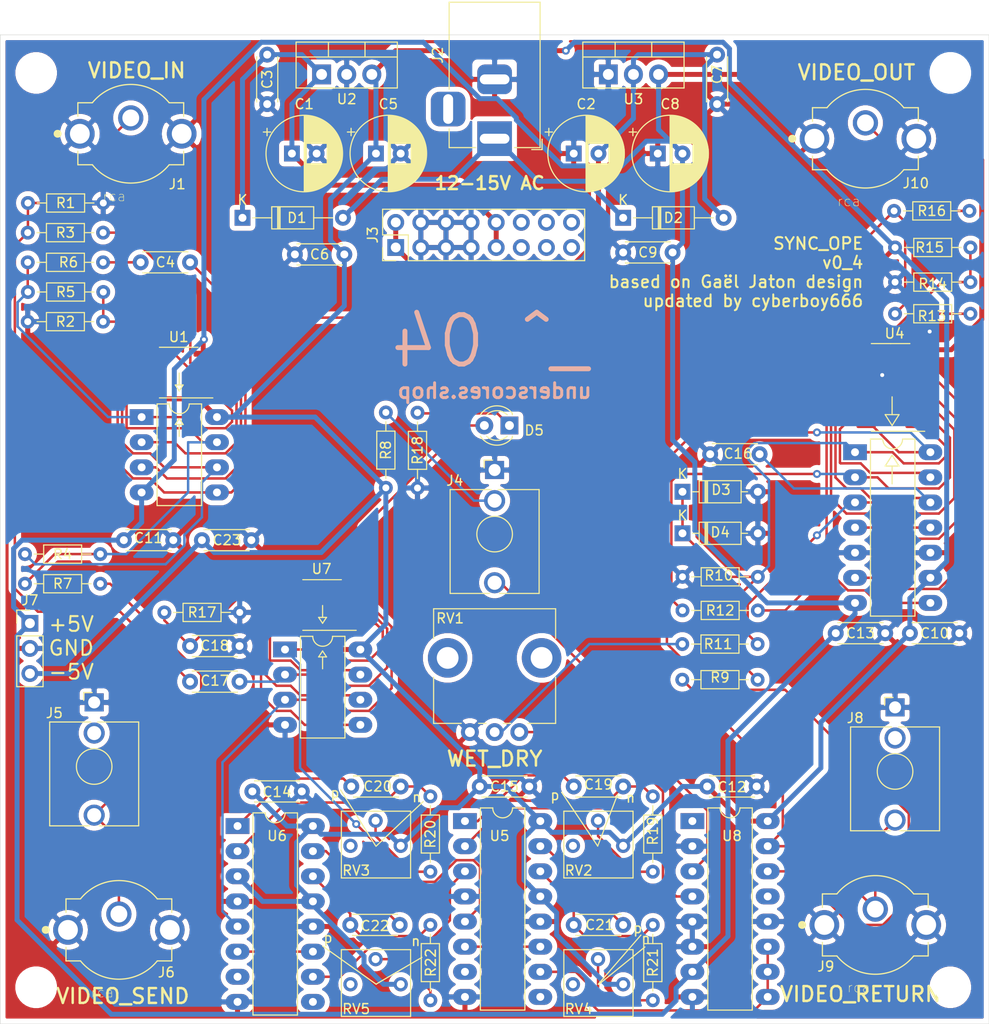
<source format=kicad_pcb>
(kicad_pcb (version 20171130) (host pcbnew 5.1.10)
  (title_block (title Sync-Ope) (date 2019-11-25) (rev 0.2) (company "Gaël Jaton & cyberboy666"))
  (layers (0 F.Cu signal) (31 B.Cu signal) (34 B.Paste user) (35 F.Paste user) (36 B.SilkS user) (37 F.SilkS user) (38 B.Mask user) (39 F.Mask user) (44 Edge.Cuts user))
  (net 0 "")
  (net 1 GND)
  (net 2 +12V)
  (net 3 +5V)
  (net 4 -12V)
  (net 5 -5V)
  (net 6 "Net-(D1-Pad2)")
  (net 7 "Net-(J5-PadTN)")
  (net 8 "Net-(R2-Pad1)")
  (net 9 "Net-(R4-Pad1)")
  (net 10 "Net-(R11-Pad1)")
  (net 11 "Net-(R11-Pad2)")
  (net 12 "Net-(U5-Pad11)")
  (net 13 "Net-(J10-Pad1)")
  (net 14 /blanking/input_blank)
  (net 15 /blanking/video_in)
  (net 16 "Net-(J4-PadTN)")
  (net 17 /blanking/return_blank)
  (net 18 /blanking/control_blank)
  (net 19 "Net-(R3-Pad1)")
  (net 20 /blanking/control_pulse)
  (net 21 "Net-(RV2-Pad3)")
  (net 22 "Net-(U6-Pad7)")
  (net 23 "Net-(C4-Pad2)")
  (net 24 "Net-(C16-Pad1)")
  (net 25 "Net-(C17-Pad1)")
  (net 26 "Net-(C18-Pad1)")
  (net 27 "Net-(C19-Pad2)")
  (net 28 "Net-(C19-Pad1)")
  (net 29 "Net-(C20-Pad2)")
  (net 30 "Net-(C20-Pad1)")
  (net 31 "Net-(C21-Pad2)")
  (net 32 "Net-(C21-Pad1)")
  (net 33 "Net-(C22-Pad2)")
  (net 34 "Net-(C22-Pad1)")
  (net 35 "Net-(D3-Pad1)")
  (net 36 "Net-(D5-Pad2)")
  (net 37 "Net-(D5-Pad1)")
  (net 38 "Net-(J2-Pad3)")
  (net 39 "Net-(J3-Pad16)")
  (net 40 "Net-(J3-Pad15)")
  (net 41 "Net-(J3-Pad14)")
  (net 42 "Net-(J3-Pad13)")
  (net 43 "Net-(J3-Pad12)")
  (net 44 "Net-(J3-Pad11)")
  (net 45 "Net-(J5-PadT)")
  (net 46 "Net-(J8-PadTN)")
  (net 47 "Net-(R4-Pad2)")
  (net 48 "Net-(R5-Pad1)")
  (net 49 "Net-(R12-Pad2)")
  (net 50 "Net-(R12-Pad1)")
  (net 51 "Net-(R13-Pad2)")
  (net 52 "Net-(R19-Pad2)")
  (net 53 "Net-(R20-Pad2)")
  (net 54 "Net-(R21-Pad2)")
  (net 55 "Net-(R22-Pad2)")
  (net 56 "Net-(RV3-Pad3)")
  (net 57 "Net-(RV4-Pad3)")
  (net 58 "Net-(RV5-Pad3)")
  (net 59 "Net-(U4-Pad11)")
  (net 60 "Net-(U4-Pad6)")
  (net 61 "Net-(U4-Pad4)")
  (net 62 "Net-(U5-Pad7)")
  (net 63 "Net-(U5-Pad5)")
  (net 64 v_blanking)
  (net 65 c_blanking)
  (net 66 "Net-(U5-Pad9)")
  (net 67 "Net-(U6-Pad11)")
  (net 68 "Net-(U6-Pad9)")
  (net 69 "Net-(U7-Pad5)")
  (net 70 "Net-(U7-Pad7)")
  (net 71 "Net-(U8-Pad13)")
  (net 72 "Net-(U8-Pad1)")
  (module Connector_PinHeader_2.54mm:PinHeader_2x08_P2.54mm_Vertical (layer F.Cu) (at 140 71.5 90)
    (fp_text reference J3 (at 1.27 -2.33 90) (layer F.SilkS))
    (fp_text value europower)
    (pad 16 thru_hole oval (at 2.54 17.78 90) (size 1.7 1.7) (drill 1) (layers *.Cu *.Mask) (net 39 "Net-(J3-Pad16)"))
    (pad 15 thru_hole oval (at 0 17.78 90) (size 1.7 1.7) (drill 1) (layers *.Cu *.Mask) (net 40 "Net-(J3-Pad15)"))
    (pad 14 thru_hole oval (at 2.54 15.24 90) (size 1.7 1.7) (drill 1) (layers *.Cu *.Mask) (net 41 "Net-(J3-Pad14)"))
    (pad 13 thru_hole oval (at 0 15.24 90) (size 1.7 1.7) (drill 1) (layers *.Cu *.Mask) (net 42 "Net-(J3-Pad13)"))
    (pad 12 thru_hole oval (at 2.54 12.7 90) (size 1.7 1.7) (drill 1) (layers *.Cu *.Mask) (net 43 "Net-(J3-Pad12)"))
    (pad 11 thru_hole oval (at 0 12.7 90) (size 1.7 1.7) (drill 1) (layers *.Cu *.Mask) (net 44 "Net-(J3-Pad11)"))
    (pad 10 thru_hole oval (at 2.54 10.16 90) (size 1.7 1.7) (drill 1) (layers *.Cu *.Mask) (net 2 +12V))
    (pad 9 thru_hole oval (at 0 10.16 90) (size 1.7 1.7) (drill 1) (layers *.Cu *.Mask) (net 2 +12V))
    (pad 8 thru_hole oval (at 2.54 7.62 90) (size 1.7 1.7) (drill 1) (layers *.Cu *.Mask) (net 1 GND))
    (pad 7 thru_hole oval (at 0 7.62 90) (size 1.7 1.7) (drill 1) (layers *.Cu *.Mask) (net 1 GND))
    (pad 6 thru_hole oval (at 2.54 5.08 90) (size 1.7 1.7) (drill 1) (layers *.Cu *.Mask) (net 1 GND))
    (pad 5 thru_hole oval (at 0 5.08 90) (size 1.7 1.7) (drill 1) (layers *.Cu *.Mask) (net 1 GND))
    (pad 4 thru_hole oval (at 2.54 2.54 90) (size 1.7 1.7) (drill 1) (layers *.Cu *.Mask) (net 1 GND))
    (pad 3 thru_hole oval (at 0 2.54 90) (size 1.7 1.7) (drill 1) (layers *.Cu *.Mask) (net 1 GND))
    (pad 2 thru_hole oval (at 2.54 0 90) (size 1.7 1.7) (drill 1) (layers *.Cu *.Mask) (net 4 -12V))
    (pad 1 thru_hole rect (at 0 0 90) (size 1.7 1.7) (drill 1) (layers *.Cu *.Mask) (net 4 -12V))
  )
  (module lib_fp:BarrelJack_Horizontal (layer F.Cu) (at 150 60.5 270)
    (fp_text reference J2 (at -8.45 5.75 90) (layer F.SilkS))
    (fp_text value barrel_jack)
    (pad 3 thru_hole roundrect (at -3 4.7 270) (size 3.5 3.5) (drill oval 3 1) (layers *.Cu *.Mask) (net 38 "Net-(J2-Pad3)"))
    (pad 2 thru_hole roundrect (at -6 0 270) (size 3 3.5) (drill oval 1 3) (layers *.Cu *.Mask) (net 1 GND))
    (pad 1 thru_hole rect (at 0 0 270) (size 3.5 3.5) (drill oval 1 3) (layers *.Cu *.Mask) (net 6 "Net-(D1-Pad2)"))
  )
  (module lib_fp:tht_vertical_trim_3362 (layer F.Cu) (at 163 132 90)
    (fp_text reference RV2 (at -2.5 -4.5 180) (layer F.SilkS))
    (fp_text value 5k_trim)
    (pad 1 thru_hole circle (at 0 0 90) (size 1.44 1.44) (drill 0.8) (layers *.Cu *.Mask) (net 3 +5V))
    (pad 2 thru_hole circle (at 2.54 -2.54 90) (size 1.44 1.44) (drill 0.8) (layers *.Cu *.Mask) (net 52 "Net-(R19-Pad2)"))
    (pad 3 thru_hole circle (at 0 -5.08 90) (size 1.44 1.44) (drill 0.8) (layers *.Cu *.Mask) (net 21 "Net-(RV2-Pad3)"))
  )
  (module lib_fp:tht_vertical_trim_3362 (layer F.Cu) (at 140.5 146 90)
    (fp_text reference RV5 (at -2.5 -4.5 180) (layer F.SilkS))
    (fp_text value 10k_trim)
    (pad 1 thru_hole circle (at 0 0 90) (size 1.44 1.44) (drill 0.8) (layers *.Cu *.Mask) (net 3 +5V))
    (pad 2 thru_hole circle (at 2.54 -2.54 90) (size 1.44 1.44) (drill 0.8) (layers *.Cu *.Mask) (net 55 "Net-(R22-Pad2)"))
    (pad 3 thru_hole circle (at 0 -5.08 90) (size 1.44 1.44) (drill 0.8) (layers *.Cu *.Mask) (net 58 "Net-(RV5-Pad3)"))
  )
  (module lib_fp:tht_vertical_trim_3362 (layer F.Cu) (at 163 146 90)
    (fp_text reference RV4 (at -2.5 -4.5 180) (layer F.SilkS))
    (fp_text value 10k_trim)
    (pad 1 thru_hole circle (at 0 0 90) (size 1.44 1.44) (drill 0.8) (layers *.Cu *.Mask) (net 3 +5V))
    (pad 2 thru_hole circle (at 2.54 -2.54 90) (size 1.44 1.44) (drill 0.8) (layers *.Cu *.Mask) (net 54 "Net-(R21-Pad2)"))
    (pad 3 thru_hole circle (at 0 -5.08 90) (size 1.44 1.44) (drill 0.8) (layers *.Cu *.Mask) (net 57 "Net-(RV4-Pad3)"))
  )
  (module lib_fp:tht_vertical_trim_3362 (layer F.Cu) (at 140.5 132 90)
    (fp_text reference RV3 (at -2.5 -4.5) (layer F.SilkS))
    (fp_text value 10k_trim)
    (pad 1 thru_hole circle (at 0 0 90) (size 1.44 1.44) (drill 0.8) (layers *.Cu *.Mask) (net 3 +5V))
    (pad 2 thru_hole circle (at 2.54 -2.54 90) (size 1.44 1.44) (drill 0.8) (layers *.Cu *.Mask) (net 53 "Net-(R20-Pad2)"))
    (pad 3 thru_hole circle (at 0 -5.08 90) (size 1.44 1.44) (drill 0.8) (layers *.Cu *.Mask) (net 56 "Net-(RV3-Pad3)"))
  )
  (module lib_fp:Jack_3.5mm_QingPu_WQP-PJ398SM_Vertical_CircularHoles (layer F.Cu) (at 190.5 118)
    (fp_text reference J8 (at -4.03 1.08 180) (layer F.SilkS))
    (fp_text value mono_jack_3.5mm)
    (pad T thru_hole circle (at 0 11.4 180) (size 2.13 2.13) (drill 1.43) (layers *.Cu *.Mask) (net 17 /blanking/return_blank))
    (pad S thru_hole rect (at 0 0 180) (size 1.93 1.83) (drill 1.22) (layers *.Cu *.Mask) (net 1 GND))
    (pad TN thru_hole circle (at 0 3.1 180) (size 2.13 2.13) (drill 1.42) (layers *.Cu *.Mask) (net 46 "Net-(J8-PadTN)"))
  )
  (module lib_fp:Jack_3.5mm_QingPu_WQP-PJ398SM_Vertical_CircularHoles (layer F.Cu) (at 109.5 117.5)
    (fp_text reference J5 (at -4.03 1.08 180) (layer F.SilkS))
    (fp_text value mono_jack_3.5mm)
    (pad T thru_hole circle (at 0 11.4 180) (size 2.13 2.13) (drill 1.43) (layers *.Cu *.Mask) (net 45 "Net-(J5-PadT)"))
    (pad S thru_hole rect (at 0 0 180) (size 1.93 1.83) (drill 1.22) (layers *.Cu *.Mask) (net 1 GND))
    (pad TN thru_hole circle (at 0 3.1 180) (size 2.13 2.13) (drill 1.42) (layers *.Cu *.Mask) (net 7 "Net-(J5-PadTN)"))
  )
  (module lib_fp:Jack_3.5mm_QingPu_WQP-PJ398SM_Vertical_CircularHoles (layer F.Cu) (at 150 94)
    (fp_text reference J4 (at -4.03 1.08 180) (layer F.SilkS))
    (fp_text value mono_jack_3.5mm)
    (pad T thru_hole circle (at 0 11.4 180) (size 2.13 2.13) (drill 1.43) (layers *.Cu *.Mask) (net 18 /blanking/control_blank))
    (pad S thru_hole rect (at 0 0 180) (size 1.93 1.83) (drill 1.22) (layers *.Cu *.Mask) (net 1 GND))
    (pad TN thru_hole circle (at 0 3.1 180) (size 2.13 2.13) (drill 1.42) (layers *.Cu *.Mask) (net 16 "Net-(J4-PadTN)"))
  )
  (module lib_fp:Potentiometer_Vertical_Large (layer F.Cu) (at 152.5 120.5 90)
    (fp_text reference RV1 (at 11.5 -7 180) (layer F.SilkS))
    (fp_text value 10k_pot)
    (pad 3 thru_hole circle (at 0 -5 90) (size 1.8 1.8) (drill 1) (layers *.Cu *.Mask) (net 1 GND))
    (pad 2 thru_hole circle (at 0 -2.5 90) (size 1.8 1.8) (drill 1) (layers *.Cu *.Mask) (net 11 "Net-(R11-Pad2)"))
    (pad 1 thru_hole circle (at 0 0 90) (size 1.8 1.8) (drill 1) (layers *.Cu *.Mask) (net 20 /blanking/control_pulse))
    (pad "" np_thru_hole circle (at 7.5 -7.25 90) (size 4 4) (drill 2.2) (layers *.Cu *.Mask))
    (pad "" np_thru_hole circle (at 7.5 2.25 90) (size 4 4) (drill 2.2) (layers *.Cu *.Mask))
  )
  (module lib_fp:tht_vertical_rca (layer F.Cu) (at 113.2 60)
    (fp_text reference J1 (at 4.7 5.1) (layer F.SilkS) (effects (font (size 1.00143 1.00143))))
    (fp_text value rca (at -1.67672 6.32154) (layer F.SilkS) (effects (font (size 1.00104 1.00104) (thickness 0.05))))
    (pad 1 thru_hole circle (at 0 -1.6) (size 2.55 2.55) (drill 1.7) (layers *.Cu *.Mask) (net 15 /blanking/video_in))
    (pad 2 thru_hole circle (at 5.15 0) (size 3 3) (drill 2) (layers *.Cu *.Mask) (net 1 GND))
    (pad 2 thru_hole circle (at -5.15 0) (size 3 3) (drill 2) (layers *.Cu *.Mask) (net 1 GND))
  )
  (module lib_fp:tht_vertical_rca (layer F.Cu) (at 187.5 60.5)
    (fp_text reference J10 (at 5.1 4.5) (layer F.SilkS) (effects (font (size 1.00143 1.00143))))
    (fp_text value rca (at -1.67672 6.32154) (layer F.SilkS) (effects (font (size 1.00104 1.00104) (thickness 0.05))))
    (pad 1 thru_hole circle (at 0 -1.6) (size 2.55 2.55) (drill 1.7) (layers *.Cu *.Mask) (net 13 "Net-(J10-Pad1)"))
    (pad 2 thru_hole circle (at 5.15 0) (size 3 3) (drill 2) (layers *.Cu *.Mask) (net 1 GND))
    (pad 2 thru_hole circle (at -5.15 0) (size 3 3) (drill 2) (layers *.Cu *.Mask) (net 1 GND))
  )
  (module lib_fp:tht_vertical_rca (layer F.Cu) (at 188.5 140)
    (fp_text reference J9 (at -5 4.2) (layer F.SilkS) (effects (font (size 1.00143 1.00143))))
    (fp_text value rca (at -1.67672 6.32154) (layer F.SilkS) (effects (font (size 1.00104 1.00104) (thickness 0.05))))
    (pad 1 thru_hole circle (at 0 -1.6) (size 2.55 2.55) (drill 1.7) (layers *.Cu *.Mask) (net 17 /blanking/return_blank))
    (pad 2 thru_hole circle (at 5.15 0) (size 3 3) (drill 2) (layers *.Cu *.Mask) (net 1 GND))
    (pad 2 thru_hole circle (at -5.15 0) (size 3 3) (drill 2) (layers *.Cu *.Mask) (net 1 GND))
  )
  (module lib_fp:tht_vertical_rca (layer F.Cu) (at 112 140.5)
    (fp_text reference J6 (at 4.8 4.3) (layer F.SilkS) (effects (font (size 1.00143 1.00143))))
    (fp_text value rca (at -1.67672 6.32154) (layer F.SilkS) (effects (font (size 1.00104 1.00104) (thickness 0.05))))
    (pad 1 thru_hole circle (at 0 -1.6) (size 2.55 2.55) (drill 1.7) (layers *.Cu *.Mask) (net 45 "Net-(J5-PadT)"))
    (pad 2 thru_hole circle (at 5.15 0) (size 3 3) (drill 2) (layers *.Cu *.Mask) (net 1 GND))
    (pad 2 thru_hole circle (at -5.15 0) (size 3 3) (drill 2) (layers *.Cu *.Mask) (net 1 GND))
  )
  (module lib_fp:DIP+SOIC_14 (layer F.Cu) (at 190.5 90.5)
    (fp_text reference U4 (at -0.05 -10.3) (layer F.SilkS))
    (fp_text value LT1251)
    (pad 14 smd roundrect (at -2.925 -1.04 180) (size 1.95 0.6) (layers F.Cu F.Paste F.Mask) (net 14 /blanking/input_blank))
    (pad 13 smd roundrect (at -2.925 -2.31 180) (size 1.95 0.6) (layers F.Cu F.Paste F.Mask) (net 51 "Net-(R13-Pad2)"))
    (pad 12 smd roundrect (at -2.925 -3.58 180) (size 1.95 0.6) (layers F.Cu F.Paste F.Mask) (net 24 "Net-(C16-Pad1)"))
    (pad 11 smd roundrect (at -2.925 -4.85 180) (size 1.95 0.6) (layers F.Cu F.Paste F.Mask) (net 59 "Net-(U4-Pad11)"))
    (pad 10 smd roundrect (at -2.925 -6.12 180) (size 1.95 0.6) (layers F.Cu F.Paste F.Mask) (net 1 GND))
    (pad 9 smd roundrect (at -2.925 -7.39 180) (size 1.95 0.6) (layers F.Cu F.Paste F.Mask) (net 3 +5V))
    (pad 8 smd roundrect (at -2.925 -8.66 180) (size 1.95 0.6) (layers F.Cu F.Paste F.Mask) (net 49 "Net-(R12-Pad2)"))
    (pad 7 smd roundrect (at 2.025 -8.66 180) (size 1.95 0.6) (layers F.Cu F.Paste F.Mask) (net 5 -5V))
    (pad 6 smd roundrect (at 2.025 -7.39 180) (size 1.95 0.6) (layers F.Cu F.Paste F.Mask) (net 60 "Net-(U4-Pad6)"))
    (pad 5 smd roundrect (at 2.025 -6.12 180) (size 1.95 0.6) (layers F.Cu F.Paste F.Mask) (net 1 GND))
    (pad 4 smd roundrect (at 2.025 -4.85 180) (size 1.95 0.6) (layers F.Cu F.Paste F.Mask) (net 61 "Net-(U4-Pad4)"))
    (pad 3 smd roundrect (at 2.025 -3.58 180) (size 1.95 0.6) (layers F.Cu F.Paste F.Mask) (net 10 "Net-(R11-Pad1)"))
    (pad 2 smd roundrect (at 2.025 -2.31 180) (size 1.95 0.6) (layers F.Cu F.Paste F.Mask) (net 50 "Net-(R12-Pad1)"))
    (pad 1 smd roundrect (at 2.025 -1.04 180) (size 1.95 0.6) (layers F.Cu F.Paste F.Mask) (net 35 "Net-(D3-Pad1)"))
    (pad 14 thru_hole oval (at 3.57 1.7) (size 2.4 1.6) (drill 0.8) (layers *.Cu *.Mask) (net 14 /blanking/input_blank))
    (pad 7 thru_hole oval (at -4.05 16.94) (size 2.4 1.6) (drill 0.8) (layers *.Cu *.Mask) (net 5 -5V))
    (pad 13 thru_hole oval (at 3.57 4.24) (size 2.4 1.6) (drill 0.8) (layers *.Cu *.Mask) (net 51 "Net-(R13-Pad2)"))
    (pad 6 thru_hole oval (at -4.05 14.4) (size 2.4 1.6) (drill 0.8) (layers *.Cu *.Mask) (net 60 "Net-(U4-Pad6)"))
    (pad 12 thru_hole oval (at 3.57 6.78) (size 2.4 1.6) (drill 0.8) (layers *.Cu *.Mask) (net 24 "Net-(C16-Pad1)"))
    (pad 5 thru_hole oval (at -4.05 11.86) (size 2.4 1.6) (drill 0.8) (layers *.Cu *.Mask) (net 1 GND))
    (pad 11 thru_hole oval (at 3.57 9.32) (size 2.4 1.6) (drill 0.8) (layers *.Cu *.Mask) (net 59 "Net-(U4-Pad11)"))
    (pad 4 thru_hole oval (at -4.05 9.32) (size 2.4 1.6) (drill 0.8) (layers *.Cu *.Mask) (net 61 "Net-(U4-Pad4)"))
    (pad 10 thru_hole oval (at 3.57 11.86) (size 2.4 1.6) (drill 0.8) (layers *.Cu *.Mask) (net 1 GND))
    (pad 3 thru_hole oval (at -4.05 6.78) (size 2.4 1.6) (drill 0.8) (layers *.Cu *.Mask) (net 10 "Net-(R11-Pad1)"))
    (pad 9 thru_hole oval (at 3.57 14.4) (size 2.4 1.6) (drill 0.8) (layers *.Cu *.Mask) (net 3 +5V))
    (pad 2 thru_hole oval (at -4.05 4.24) (size 2.4 1.6) (drill 0.8) (layers *.Cu *.Mask) (net 50 "Net-(R12-Pad1)"))
    (pad 8 thru_hole oval (at 3.57 16.94) (size 2.4 1.6) (drill 0.8) (layers *.Cu *.Mask) (net 49 "Net-(R12-Pad2)"))
    (pad 1 thru_hole rect (at -4.05 1.7) (size 2.4 1.6) (drill 0.8) (layers *.Cu *.Mask) (net 35 "Net-(D3-Pad1)"))
  )
  (module lib_fp:DIP-SOIC-8 (layer F.Cu) (at 132.5 106)
    (fp_text reference U7 (at 0 -2) (layer F.SilkS))
    (fp_text value LM1881)
    (pad 1 thru_hole rect (at -3.7 6.15) (size 2.4 1.6) (drill 0.8) (layers *.Cu *.Mask) (net 63 "Net-(U5-Pad5)"))
    (pad 5 thru_hole oval (at 3.92 13.77) (size 2.4 1.6) (drill 0.8) (layers *.Cu *.Mask) (net 69 "Net-(U7-Pad5)"))
    (pad 2 thru_hole oval (at -3.7 8.69) (size 2.4 1.6) (drill 0.8) (layers *.Cu *.Mask) (net 25 "Net-(C17-Pad1)"))
    (pad 6 thru_hole oval (at 3.92 11.23) (size 2.4 1.6) (drill 0.8) (layers *.Cu *.Mask) (net 26 "Net-(C18-Pad1)"))
    (pad 3 thru_hole oval (at -3.7 11.23) (size 2.4 1.6) (drill 0.8) (layers *.Cu *.Mask) (net 36 "Net-(D5-Pad2)"))
    (pad 7 thru_hole oval (at 3.92 8.69) (size 2.4 1.6) (drill 0.8) (layers *.Cu *.Mask) (net 70 "Net-(U7-Pad7)"))
    (pad 4 thru_hole oval (at -3.7 13.77) (size 2.4 1.6) (drill 0.8) (layers *.Cu *.Mask) (net 1 GND))
    (pad 8 thru_hole oval (at 3.92 6.15) (size 2.4 1.6) (drill 0.8) (layers *.Cu *.Mask) (net 3 +5V))
    (pad 1 smd roundrect (at 2.525 3.555 180) (size 1.95 0.6) (layers F.Cu F.Paste F.Mask) (net 63 "Net-(U5-Pad5)"))
    (pad 2 smd roundrect (at 2.525 2.285 180) (size 1.95 0.6) (layers F.Cu F.Paste F.Mask) (net 25 "Net-(C17-Pad1)"))
    (pad 3 smd roundrect (at 2.525 1.015 180) (size 1.95 0.6) (layers F.Cu F.Paste F.Mask) (net 36 "Net-(D5-Pad2)"))
    (pad 4 smd roundrect (at 2.525 -0.255 180) (size 1.95 0.6) (layers F.Cu F.Paste F.Mask) (net 1 GND))
    (pad 5 smd roundrect (at -2.425 -0.255 180) (size 1.95 0.6) (layers F.Cu F.Paste F.Mask) (net 69 "Net-(U7-Pad5)"))
    (pad 6 smd roundrect (at -2.425 1.015 180) (size 1.95 0.6) (layers F.Cu F.Paste F.Mask) (net 26 "Net-(C18-Pad1)"))
    (pad 7 smd roundrect (at -2.425 2.285 180) (size 1.95 0.6) (layers F.Cu F.Paste F.Mask) (net 70 "Net-(U7-Pad7)"))
    (pad 8 smd roundrect (at -2.425 3.555 180) (size 1.95 0.6) (layers F.Cu F.Paste F.Mask) (net 3 +5V))
  )
  (module lib_fp:DIP-SOIC-8 (layer F.Cu) (at 118 82.5)
    (fp_text reference U1 (at 0.05 -1.95) (layer F.SilkS))
    (fp_text value AD8072)
    (pad 1 thru_hole rect (at -3.7 6.15) (size 2.4 1.6) (drill 0.8) (layers *.Cu *.Mask) (net 48 "Net-(R5-Pad1)"))
    (pad 5 thru_hole oval (at 3.92 13.77) (size 2.4 1.6) (drill 0.8) (layers *.Cu *.Mask) (net 14 /blanking/input_blank))
    (pad 2 thru_hole oval (at -3.7 8.69) (size 2.4 1.6) (drill 0.8) (layers *.Cu *.Mask) (net 8 "Net-(R2-Pad1)"))
    (pad 6 thru_hole oval (at 3.92 11.23) (size 2.4 1.6) (drill 0.8) (layers *.Cu *.Mask) (net 9 "Net-(R4-Pad1)"))
    (pad 3 thru_hole oval (at -3.7 11.23) (size 2.4 1.6) (drill 0.8) (layers *.Cu *.Mask) (net 19 "Net-(R3-Pad1)"))
    (pad 7 thru_hole oval (at 3.92 8.69) (size 2.4 1.6) (drill 0.8) (layers *.Cu *.Mask) (net 47 "Net-(R4-Pad2)"))
    (pad 4 thru_hole oval (at -3.7 13.77) (size 2.4 1.6) (drill 0.8) (layers *.Cu *.Mask) (net 5 -5V))
    (pad 8 thru_hole oval (at 3.92 6.15) (size 2.4 1.6) (drill 0.8) (layers *.Cu *.Mask) (net 3 +5V))
    (pad 1 smd roundrect (at 2.525 3.555 180) (size 1.95 0.6) (layers F.Cu F.Paste F.Mask) (net 48 "Net-(R5-Pad1)"))
    (pad 2 smd roundrect (at 2.525 2.285 180) (size 1.95 0.6) (layers F.Cu F.Paste F.Mask) (net 8 "Net-(R2-Pad1)"))
    (pad 3 smd roundrect (at 2.525 1.015 180) (size 1.95 0.6) (layers F.Cu F.Paste F.Mask) (net 19 "Net-(R3-Pad1)"))
    (pad 4 smd roundrect (at 2.525 -0.255 180) (size 1.95 0.6) (layers F.Cu F.Paste F.Mask) (net 5 -5V))
    (pad 5 smd roundrect (at -2.425 -0.255 180) (size 1.95 0.6) (layers F.Cu F.Paste F.Mask) (net 14 /blanking/input_blank))
    (pad 6 smd roundrect (at -2.425 1.015 180) (size 1.95 0.6) (layers F.Cu F.Paste F.Mask) (net 9 "Net-(R4-Pad1)"))
    (pad 7 smd roundrect (at -2.425 2.285 180) (size 1.95 0.6) (layers F.Cu F.Paste F.Mask) (net 47 "Net-(R4-Pad2)"))
    (pad 8 smd roundrect (at -2.425 3.555 180) (size 1.95 0.6) (layers F.Cu F.Paste F.Mask) (net 3 +5V))
  )
  (module Package_DIP:DIP-16_W7.62mm_LongPads (layer F.Cu) (at 170 129.5)
    (fp_text reference U8 (at 4 1.5) (layer F.SilkS))
    (fp_text value CD4053B)
    (pad 16 thru_hole oval (at 7.62 0) (size 2.4 1.6) (drill 0.8) (layers *.Cu *.Mask) (net 3 +5V))
    (pad 8 thru_hole oval (at 0 17.78) (size 2.4 1.6) (drill 0.8) (layers *.Cu *.Mask) (net 1 GND))
    (pad 15 thru_hole oval (at 7.62 2.54) (size 2.4 1.6) (drill 0.8) (layers *.Cu *.Mask) (net 17 /blanking/return_blank))
    (pad 7 thru_hole oval (at 0 15.24) (size 2.4 1.6) (drill 0.8) (layers *.Cu *.Mask) (net 5 -5V))
    (pad 14 thru_hole oval (at 7.62 5.08) (size 2.4 1.6) (drill 0.8) (layers *.Cu *.Mask) (net 14 /blanking/input_blank))
    (pad 6 thru_hole oval (at 0 12.7) (size 2.4 1.6) (drill 0.8) (layers *.Cu *.Mask) (net 1 GND))
    (pad 13 thru_hole oval (at 7.62 7.62) (size 2.4 1.6) (drill 0.8) (layers *.Cu *.Mask) (net 71 "Net-(U8-Pad13)"))
    (pad 5 thru_hole oval (at 0 10.16) (size 2.4 1.6) (drill 0.8) (layers *.Cu *.Mask) (net 1 GND))
    (pad 12 thru_hole oval (at 7.62 10.16) (size 2.4 1.6) (drill 0.8) (layers *.Cu *.Mask) (net 1 GND))
    (pad 4 thru_hole oval (at 0 7.62) (size 2.4 1.6) (drill 0.8) (layers *.Cu *.Mask) (net 20 /blanking/control_pulse))
    (pad 11 thru_hole oval (at 7.62 12.7) (size 2.4 1.6) (drill 0.8) (layers *.Cu *.Mask) (net 65 c_blanking))
    (pad 3 thru_hole oval (at 0 5.08) (size 2.4 1.6) (drill 0.8) (layers *.Cu *.Mask) (net 18 /blanking/control_blank))
    (pad 10 thru_hole oval (at 7.62 15.24) (size 2.4 1.6) (drill 0.8) (layers *.Cu *.Mask) (net 65 c_blanking))
    (pad 2 thru_hole oval (at 0 2.54) (size 2.4 1.6) (drill 0.8) (layers *.Cu *.Mask) (net 1 GND))
    (pad 9 thru_hole oval (at 7.62 17.78) (size 2.4 1.6) (drill 0.8) (layers *.Cu *.Mask) (net 65 c_blanking))
    (pad 1 thru_hole rect (at 0 0) (size 2.4 1.6) (drill 0.8) (layers *.Cu *.Mask) (net 72 "Net-(U8-Pad1)"))
  )
  (module Package_DIP:DIP-16_W7.62mm_LongPads (layer F.Cu) (at 124 130)
    (fp_text reference U6 (at 4 1) (layer F.SilkS))
    (fp_text value 74HC4538)
    (pad 16 thru_hole oval (at 7.62 0) (size 2.4 1.6) (drill 0.8) (layers *.Cu *.Mask) (net 3 +5V))
    (pad 8 thru_hole oval (at 0 17.78) (size 2.4 1.6) (drill 0.8) (layers *.Cu *.Mask) (net 1 GND))
    (pad 15 thru_hole oval (at 7.62 2.54) (size 2.4 1.6) (drill 0.8) (layers *.Cu *.Mask) (net 34 "Net-(C22-Pad1)"))
    (pad 7 thru_hole oval (at 0 15.24) (size 2.4 1.6) (drill 0.8) (layers *.Cu *.Mask) (net 22 "Net-(U6-Pad7)"))
    (pad 14 thru_hole oval (at 7.62 5.08) (size 2.4 1.6) (drill 0.8) (layers *.Cu *.Mask) (net 33 "Net-(C22-Pad2)"))
    (pad 6 thru_hole oval (at 0 12.7) (size 2.4 1.6) (drill 0.8) (layers *.Cu *.Mask) (net 67 "Net-(U6-Pad11)"))
    (pad 13 thru_hole oval (at 7.62 7.62) (size 2.4 1.6) (drill 0.8) (layers *.Cu *.Mask) (net 3 +5V))
    (pad 5 thru_hole oval (at 0 10.16) (size 2.4 1.6) (drill 0.8) (layers *.Cu *.Mask) (net 36 "Net-(D5-Pad2)"))
    (pad 12 thru_hole oval (at 7.62 10.16) (size 2.4 1.6) (drill 0.8) (layers *.Cu *.Mask) (net 1 GND))
    (pad 4 thru_hole oval (at 0 7.62) (size 2.4 1.6) (drill 0.8) (layers *.Cu *.Mask) (net 1 GND))
    (pad 11 thru_hole oval (at 7.62 12.7) (size 2.4 1.6) (drill 0.8) (layers *.Cu *.Mask) (net 67 "Net-(U6-Pad11)"))
    (pad 3 thru_hole oval (at 0 5.08) (size 2.4 1.6) (drill 0.8) (layers *.Cu *.Mask) (net 3 +5V))
    (pad 10 thru_hole oval (at 7.62 15.24) (size 2.4 1.6) (drill 0.8) (layers *.Cu *.Mask) (net 64 v_blanking))
    (pad 2 thru_hole oval (at 0 2.54) (size 2.4 1.6) (drill 0.8) (layers *.Cu *.Mask) (net 29 "Net-(C20-Pad2)"))
    (pad 9 thru_hole oval (at 7.62 17.78) (size 2.4 1.6) (drill 0.8) (layers *.Cu *.Mask) (net 68 "Net-(U6-Pad9)"))
    (pad 1 thru_hole rect (at 0 0) (size 2.4 1.6) (drill 0.8) (layers *.Cu *.Mask) (net 30 "Net-(C20-Pad1)"))
  )
  (module Package_DIP:DIP-16_W7.62mm_LongPads (layer F.Cu) (at 147 129.5)
    (fp_text reference U5 (at 3.5 1.5) (layer F.SilkS))
    (fp_text value 74HC4538)
    (pad 16 thru_hole oval (at 7.62 0) (size 2.4 1.6) (drill 0.8) (layers *.Cu *.Mask) (net 3 +5V))
    (pad 8 thru_hole oval (at 0 17.78) (size 2.4 1.6) (drill 0.8) (layers *.Cu *.Mask) (net 1 GND))
    (pad 15 thru_hole oval (at 7.62 2.54) (size 2.4 1.6) (drill 0.8) (layers *.Cu *.Mask) (net 32 "Net-(C21-Pad1)"))
    (pad 7 thru_hole oval (at 0 15.24) (size 2.4 1.6) (drill 0.8) (layers *.Cu *.Mask) (net 62 "Net-(U5-Pad7)"))
    (pad 14 thru_hole oval (at 7.62 5.08) (size 2.4 1.6) (drill 0.8) (layers *.Cu *.Mask) (net 31 "Net-(C21-Pad2)"))
    (pad 6 thru_hole oval (at 0 12.7) (size 2.4 1.6) (drill 0.8) (layers *.Cu *.Mask) (net 12 "Net-(U5-Pad11)"))
    (pad 13 thru_hole oval (at 7.62 7.62) (size 2.4 1.6) (drill 0.8) (layers *.Cu *.Mask) (net 3 +5V))
    (pad 5 thru_hole oval (at 0 10.16) (size 2.4 1.6) (drill 0.8) (layers *.Cu *.Mask) (net 63 "Net-(U5-Pad5)"))
    (pad 12 thru_hole oval (at 7.62 10.16) (size 2.4 1.6) (drill 0.8) (layers *.Cu *.Mask) (net 1 GND))
    (pad 4 thru_hole oval (at 0 7.62) (size 2.4 1.6) (drill 0.8) (layers *.Cu *.Mask) (net 1 GND))
    (pad 11 thru_hole oval (at 7.62 12.7) (size 2.4 1.6) (drill 0.8) (layers *.Cu *.Mask) (net 12 "Net-(U5-Pad11)"))
    (pad 3 thru_hole oval (at 0 5.08) (size 2.4 1.6) (drill 0.8) (layers *.Cu *.Mask) (net 64 v_blanking))
    (pad 10 thru_hole oval (at 7.62 15.24) (size 2.4 1.6) (drill 0.8) (layers *.Cu *.Mask) (net 65 c_blanking))
    (pad 2 thru_hole oval (at 0 2.54) (size 2.4 1.6) (drill 0.8) (layers *.Cu *.Mask) (net 27 "Net-(C19-Pad2)"))
    (pad 9 thru_hole oval (at 7.62 17.78) (size 2.4 1.6) (drill 0.8) (layers *.Cu *.Mask) (net 66 "Net-(U5-Pad9)"))
    (pad 1 thru_hole rect (at 0 0) (size 2.4 1.6) (drill 0.8) (layers *.Cu *.Mask) (net 28 "Net-(C19-Pad1)"))
  )
  (module Package_TO_SOT_THT:TO-220-3_Vertical (layer F.Cu) (at 161.5 54)
    (fp_text reference U3 (at 2.54 2.5) (layer F.SilkS))
    (fp_text value L7905)
    (pad 3 thru_hole oval (at 5.08 0) (size 1.905 2) (drill 1.1) (layers *.Cu *.Mask) (net 5 -5V))
    (pad 2 thru_hole oval (at 2.54 0) (size 1.905 2) (drill 1.1) (layers *.Cu *.Mask) (net 4 -12V))
    (pad 1 thru_hole rect (at 0 0) (size 1.905 2) (drill 1.1) (layers *.Cu *.Mask) (net 1 GND))
  )
  (module Package_TO_SOT_THT:TO-220-3_Vertical (layer F.Cu) (at 132.5 54)
    (fp_text reference U2 (at 2.54 2.5) (layer F.SilkS))
    (fp_text value L7805)
    (pad 3 thru_hole oval (at 5.08 0) (size 1.905 2) (drill 1.1) (layers *.Cu *.Mask) (net 3 +5V))
    (pad 2 thru_hole oval (at 2.54 0) (size 1.905 2) (drill 1.1) (layers *.Cu *.Mask) (net 1 GND))
    (pad 1 thru_hole rect (at 0 0) (size 1.905 2) (drill 1.1) (layers *.Cu *.Mask) (net 2 +12V))
  )
  (module Resistor_THT:R_Axial_DIN0204_L3.6mm_D1.6mm_P7.62mm_Horizontal (layer F.Cu) (at 143.5 140 270)
    (fp_text reference R22 (at 3.81 -0.042 90) (layer F.SilkS))
    (fp_text value 22k)
    (pad 2 thru_hole oval (at 7.62 0 270) (size 1.4 1.4) (drill 0.7) (layers *.Cu *.Mask) (net 55 "Net-(R22-Pad2)"))
    (pad 1 thru_hole circle (at 0 0 270) (size 1.4 1.4) (drill 0.7) (layers *.Cu *.Mask) (net 33 "Net-(C22-Pad2)"))
  )
  (module Resistor_THT:R_Axial_DIN0204_L3.6mm_D1.6mm_P7.62mm_Horizontal (layer F.Cu) (at 166 140 270)
    (fp_text reference R21 (at 3.81 0 90) (layer F.SilkS))
    (fp_text value 75k)
    (pad 2 thru_hole oval (at 7.62 0 270) (size 1.4 1.4) (drill 0.7) (layers *.Cu *.Mask) (net 54 "Net-(R21-Pad2)"))
    (pad 1 thru_hole circle (at 0 0 270) (size 1.4 1.4) (drill 0.7) (layers *.Cu *.Mask) (net 31 "Net-(C21-Pad2)"))
  )
  (module Resistor_THT:R_Axial_DIN0204_L3.6mm_D1.6mm_P7.62mm_Horizontal (layer F.Cu) (at 143.5 127 270)
    (fp_text reference R20 (at 3.81 0 90) (layer F.SilkS))
    (fp_text value 18k)
    (pad 2 thru_hole oval (at 7.62 0 270) (size 1.4 1.4) (drill 0.7) (layers *.Cu *.Mask) (net 53 "Net-(R20-Pad2)"))
    (pad 1 thru_hole circle (at 0 0 270) (size 1.4 1.4) (drill 0.7) (layers *.Cu *.Mask) (net 29 "Net-(C20-Pad2)"))
  )
  (module Resistor_THT:R_Axial_DIN0204_L3.6mm_D1.6mm_P7.62mm_Horizontal (layer F.Cu) (at 166 127 270)
    (fp_text reference R19 (at 3.5 0 90) (layer F.SilkS))
    (fp_text value 10k)
    (pad 2 thru_hole oval (at 7.62 0 270) (size 1.4 1.4) (drill 0.7) (layers *.Cu *.Mask) (net 52 "Net-(R19-Pad2)"))
    (pad 1 thru_hole circle (at 0 0 270) (size 1.4 1.4) (drill 0.7) (layers *.Cu *.Mask) (net 27 "Net-(C19-Pad2)"))
  )
  (module Resistor_THT:R_Axial_DIN0204_L3.6mm_D1.6mm_P7.62mm_Horizontal (layer F.Cu) (at 142.2 88.2 270)
    (fp_text reference R18 (at 3.81 0 90) (layer F.SilkS))
    (fp_text value 1k)
    (pad 2 thru_hole oval (at 7.62 0 270) (size 1.4 1.4) (drill 0.7) (layers *.Cu *.Mask) (net 1 GND))
    (pad 1 thru_hole circle (at 0 0 270) (size 1.4 1.4) (drill 0.7) (layers *.Cu *.Mask) (net 37 "Net-(D5-Pad1)"))
  )
  (module Resistor_THT:R_Axial_DIN0204_L3.6mm_D1.6mm_P7.62mm_Horizontal (layer F.Cu) (at 116.6 108.4)
    (fp_text reference R17 (at 3.81 0) (layer F.SilkS))
    (fp_text value 680k)
    (pad 2 thru_hole oval (at 7.62 0) (size 1.4 1.4) (drill 0.7) (layers *.Cu *.Mask) (net 1 GND))
    (pad 1 thru_hole circle (at 0 0) (size 1.4 1.4) (drill 0.7) (layers *.Cu *.Mask) (net 26 "Net-(C18-Pad1)"))
  )
  (module Resistor_THT:R_Axial_DIN0204_L3.6mm_D1.6mm_P7.62mm_Horizontal (layer F.Cu) (at 190.4 67.8)
    (fp_text reference R16 (at 3.81 0) (layer F.SilkS))
    (fp_text value 75)
    (pad 2 thru_hole oval (at 7.62 0) (size 1.4 1.4) (drill 0.7) (layers *.Cu *.Mask) (net 13 "Net-(J10-Pad1)"))
    (pad 1 thru_hole circle (at 0 0) (size 1.4 1.4) (drill 0.7) (layers *.Cu *.Mask) (net 49 "Net-(R12-Pad2)"))
  )
  (module Resistor_THT:R_Axial_DIN0204_L3.6mm_D1.6mm_P7.62mm_Horizontal (layer F.Cu) (at 190.5 71.5)
    (fp_text reference R15 (at 3.5 0) (layer F.SilkS))
    (fp_text value 47k)
    (pad 2 thru_hole oval (at 7.62 0) (size 1.4 1.4) (drill 0.7) (layers *.Cu *.Mask) (net 24 "Net-(C16-Pad1)"))
    (pad 1 thru_hole circle (at 0 0) (size 1.4 1.4) (drill 0.7) (layers *.Cu *.Mask) (net 3 +5V))
  )
  (module Resistor_THT:R_Axial_DIN0204_L3.6mm_D1.6mm_P7.62mm_Horizontal (layer F.Cu) (at 190.5 75)
    (fp_text reference R14 (at 3.81 0.168) (layer F.SilkS))
    (fp_text value 10k)
    (pad 2 thru_hole oval (at 7.62 0) (size 1.4 1.4) (drill 0.7) (layers *.Cu *.Mask) (net 24 "Net-(C16-Pad1)"))
    (pad 1 thru_hole circle (at 0 0) (size 1.4 1.4) (drill 0.7) (layers *.Cu *.Mask) (net 1 GND))
  )
  (module Resistor_THT:R_Axial_DIN0204_L3.6mm_D1.6mm_P7.62mm_Horizontal (layer F.Cu) (at 190.5 78.2)
    (fp_text reference R13 (at 3.729211 0.238) (layer F.SilkS))
    (fp_text value 1.5k)
    (pad 2 thru_hole oval (at 7.62 0) (size 1.4 1.4) (drill 0.7) (layers *.Cu *.Mask) (net 51 "Net-(R13-Pad2)"))
    (pad 1 thru_hole circle (at 0 0) (size 1.4 1.4) (drill 0.7) (layers *.Cu *.Mask) (net 49 "Net-(R12-Pad2)"))
  )
  (module Resistor_THT:R_Axial_DIN0204_L3.6mm_D1.6mm_P7.62mm_Horizontal (layer F.Cu) (at 169 108.2)
    (fp_text reference R12 (at 3.81 0) (layer F.SilkS))
    (fp_text value 1.5k)
    (pad 2 thru_hole oval (at 7.62 0) (size 1.4 1.4) (drill 0.7) (layers *.Cu *.Mask) (net 49 "Net-(R12-Pad2)"))
    (pad 1 thru_hole circle (at 0 0) (size 1.4 1.4) (drill 0.7) (layers *.Cu *.Mask) (net 50 "Net-(R12-Pad1)"))
  )
  (module Resistor_THT:R_Axial_DIN0204_L3.6mm_D1.6mm_P7.62mm_Horizontal (layer F.Cu) (at 176.6 111.6 180)
    (fp_text reference R11 (at 4 0) (layer F.SilkS))
    (fp_text value 220)
    (pad 2 thru_hole oval (at 7.62 0 180) (size 1.4 1.4) (drill 0.7) (layers *.Cu *.Mask) (net 11 "Net-(R11-Pad2)"))
    (pad 1 thru_hole circle (at 0 0 180) (size 1.4 1.4) (drill 0.7) (layers *.Cu *.Mask) (net 10 "Net-(R11-Pad1)"))
  )
  (module Resistor_THT:R_Axial_DIN0204_L3.6mm_D1.6mm_P7.62mm_Horizontal (layer F.Cu) (at 169 104.8)
    (fp_text reference R10 (at 3.669211 -0.142) (layer F.SilkS))
    (fp_text value 470k)
    (pad 2 thru_hole oval (at 7.62 0) (size 1.4 1.4) (drill 0.7) (layers *.Cu *.Mask) (net 35 "Net-(D3-Pad1)"))
    (pad 1 thru_hole circle (at 0 0) (size 1.4 1.4) (drill 0.7) (layers *.Cu *.Mask) (net 1 GND))
  )
  (module Resistor_THT:R_Axial_DIN0204_L3.6mm_D1.6mm_P7.62mm_Horizontal (layer F.Cu) (at 176.6 115.2 180)
    (fp_text reference R9 (at 3.81 0.218) (layer F.SilkS))
    (fp_text value 75)
    (pad 2 thru_hole oval (at 7.62 0 180) (size 1.4 1.4) (drill 0.7) (layers *.Cu *.Mask) (net 17 /blanking/return_blank))
    (pad 1 thru_hole circle (at 0 0 180) (size 1.4 1.4) (drill 0.7) (layers *.Cu *.Mask) (net 35 "Net-(D3-Pad1)"))
  )
  (module Resistor_THT:R_Axial_DIN0204_L3.6mm_D1.6mm_P7.62mm_Horizontal (layer F.Cu) (at 139 95.8 90)
    (fp_text reference R8 (at 3.81 0 90) (layer F.SilkS))
    (fp_text value 39k)
    (pad 2 thru_hole oval (at 7.62 0 90) (size 1.4 1.4) (drill 0.7) (layers *.Cu *.Mask) (net 16 "Net-(J4-PadTN)"))
    (pad 1 thru_hole circle (at 0 0 90) (size 1.4 1.4) (drill 0.7) (layers *.Cu *.Mask) (net 3 +5V))
  )
  (module Resistor_THT:R_Axial_DIN0204_L3.6mm_D1.6mm_P7.62mm_Horizontal (layer F.Cu) (at 102.5 105.5)
    (fp_text reference R7 (at 3.81 0) (layer F.SilkS))
    (fp_text value 75)
    (pad 2 thru_hole oval (at 7.62 0) (size 1.4 1.4) (drill 0.7) (layers *.Cu *.Mask) (net 45 "Net-(J5-PadT)"))
    (pad 1 thru_hole circle (at 0 0) (size 1.4 1.4) (drill 0.7) (layers *.Cu *.Mask) (net 47 "Net-(R4-Pad2)"))
  )
  (module Resistor_THT:R_Axial_DIN0204_L3.6mm_D1.6mm_P7.62mm_Horizontal (layer F.Cu) (at 110.4 73 180)
    (fp_text reference R6 (at 3.5 0) (layer F.SilkS))
    (fp_text value 100)
    (pad 2 thru_hole oval (at 7.62 0 180) (size 1.4 1.4) (drill 0.7) (layers *.Cu *.Mask) (net 48 "Net-(R5-Pad1)"))
    (pad 1 thru_hole circle (at 0 0 180) (size 1.4 1.4) (drill 0.7) (layers *.Cu *.Mask) (net 23 "Net-(C4-Pad2)"))
  )
  (module Resistor_THT:R_Axial_DIN0204_L3.6mm_D1.6mm_P7.62mm_Horizontal (layer F.Cu) (at 102.8 76)
    (fp_text reference R5 (at 3.81 0) (layer F.SilkS))
    (fp_text value 1.5k)
    (pad 2 thru_hole oval (at 7.62 0) (size 1.4 1.4) (drill 0.7) (layers *.Cu *.Mask) (net 8 "Net-(R2-Pad1)"))
    (pad 1 thru_hole circle (at 0 0) (size 1.4 1.4) (drill 0.7) (layers *.Cu *.Mask) (net 48 "Net-(R5-Pad1)"))
  )
  (module Resistor_THT:R_Axial_DIN0204_L3.6mm_D1.6mm_P7.62mm_Horizontal (layer F.Cu) (at 102.5 102.5)
    (fp_text reference R4 (at 3.81 0.018) (layer F.SilkS))
    (fp_text value 1.5k)
    (pad 2 thru_hole oval (at 7.62 0) (size 1.4 1.4) (drill 0.7) (layers *.Cu *.Mask) (net 47 "Net-(R4-Pad2)"))
    (pad 1 thru_hole circle (at 0 0) (size 1.4 1.4) (drill 0.7) (layers *.Cu *.Mask) (net 9 "Net-(R4-Pad1)"))
  )
  (module Resistor_THT:R_Axial_DIN0204_L3.6mm_D1.6mm_P7.62mm_Horizontal (layer F.Cu) (at 110.4 70 180)
    (fp_text reference R3 (at 3.81 0) (layer F.SilkS))
    (fp_text value 510)
    (pad 2 thru_hole oval (at 7.62 0 180) (size 1.4 1.4) (drill 0.7) (layers *.Cu *.Mask) (net 15 /blanking/video_in))
    (pad 1 thru_hole circle (at 0 0 180) (size 1.4 1.4) (drill 0.7) (layers *.Cu *.Mask) (net 19 "Net-(R3-Pad1)"))
  )
  (module Resistor_THT:R_Axial_DIN0204_L3.6mm_D1.6mm_P7.62mm_Horizontal (layer F.Cu) (at 110.4 79 180)
    (fp_text reference R2 (at 3.81 0) (layer F.SilkS))
    (fp_text value 1.5k)
    (pad 2 thru_hole oval (at 7.62 0 180) (size 1.4 1.4) (drill 0.7) (layers *.Cu *.Mask) (net 1 GND))
    (pad 1 thru_hole circle (at 0 0 180) (size 1.4 1.4) (drill 0.7) (layers *.Cu *.Mask) (net 8 "Net-(R2-Pad1)"))
  )
  (module Resistor_THT:R_Axial_DIN0204_L3.6mm_D1.6mm_P7.62mm_Horizontal (layer F.Cu) (at 102.8 67)
    (fp_text reference R1 (at 3.81 0) (layer F.SilkS))
    (fp_text value 75)
    (pad 2 thru_hole oval (at 7.62 0) (size 1.4 1.4) (drill 0.7) (layers *.Cu *.Mask) (net 1 GND))
    (pad 1 thru_hole circle (at 0 0) (size 1.4 1.4) (drill 0.7) (layers *.Cu *.Mask) (net 15 /blanking/video_in))
  )
  (module Connector_PinHeader_2.54mm:PinHeader_1x03_P2.54mm_Vertical (layer F.Cu) (at 103 109.5)
    (fp_text reference J7 (at 0 -2.33) (layer F.SilkS))
    (fp_text value diy_power_header)
    (pad 3 thru_hole oval (at 0 5.08) (size 1.7 1.7) (drill 1) (layers *.Cu *.Mask) (net 3 +5V))
    (pad 2 thru_hole oval (at 0 2.54) (size 1.7 1.7) (drill 1) (layers *.Cu *.Mask) (net 1 GND))
    (pad 1 thru_hole rect (at 0 0) (size 1.7 1.7) (drill 1) (layers *.Cu *.Mask) (net 5 -5V))
  )
  (module LED_THT:LED_D3.0mm (layer F.Cu) (at 151.5 89.5 180)
    (fp_text reference D5 (at -2.5 -0.5) (layer F.SilkS))
    (fp_text value LED)
    (pad 2 thru_hole circle (at 2.54 0 180) (size 1.8 1.8) (drill 0.9) (layers *.Cu *.Mask) (net 36 "Net-(D5-Pad2)"))
    (pad 1 thru_hole rect (at 0 0 180) (size 1.8 1.8) (drill 0.9) (layers *.Cu *.Mask) (net 37 "Net-(D5-Pad1)"))
  )
  (module Diode_THT:D_DO-35_SOD27_P7.62mm_Horizontal (layer F.Cu) (at 169 100.4)
    (fp_text reference D4 (at 3.81 -0.1) (layer F.SilkS))
    (fp_text value bat46)
    (fp_text user K (at 0 -1.8) (layer F.SilkS))
    (pad 2 thru_hole oval (at 7.62 0) (size 1.6 1.6) (drill 0.8) (layers *.Cu *.Mask) (net 1 GND))
    (pad 1 thru_hole rect (at 0 0) (size 1.6 1.6) (drill 0.8) (layers *.Cu *.Mask) (net 35 "Net-(D3-Pad1)"))
  )
  (module Diode_THT:D_DO-35_SOD27_P7.62mm_Horizontal (layer F.Cu) (at 169 96.2)
    (fp_text reference D3 (at 3.9 -0.2) (layer F.SilkS))
    (fp_text value zener_1.8v)
    (fp_text user K (at 0 -1.8) (layer F.SilkS))
    (pad 2 thru_hole oval (at 7.62 0) (size 1.6 1.6) (drill 0.8) (layers *.Cu *.Mask) (net 1 GND))
    (pad 1 thru_hole rect (at 0 0) (size 1.6 1.6) (drill 0.8) (layers *.Cu *.Mask) (net 35 "Net-(D3-Pad1)"))
  )
  (module Diode_THT:D_DO-35_SOD27_P10.16mm_Horizontal (layer F.Cu) (at 163 68.5)
    (fp_text reference D2 (at 5.08 0) (layer F.SilkS))
    (fp_text value 1n4007)
    (fp_text user K (at 0 -1.8) (layer F.SilkS))
    (pad 2 thru_hole oval (at 10.16 0) (size 1.6 1.6) (drill 0.8) (layers *.Cu *.Mask) (net 4 -12V))
    (pad 1 thru_hole rect (at 0 0) (size 1.6 1.6) (drill 0.8) (layers *.Cu *.Mask) (net 6 "Net-(D1-Pad2)"))
  )
  (module Diode_THT:D_DO-35_SOD27_P10.16mm_Horizontal (layer F.Cu) (at 124.5 68.5)
    (fp_text reference D1 (at 5.5 0) (layer F.SilkS))
    (fp_text value 1n4007)
    (fp_text user K (at 0 -1.8) (layer F.SilkS))
    (pad 2 thru_hole oval (at 10.16 0) (size 1.6 1.6) (drill 0.8) (layers *.Cu *.Mask) (net 6 "Net-(D1-Pad2)"))
    (pad 1 thru_hole rect (at 0 0) (size 1.6 1.6) (drill 0.8) (layers *.Cu *.Mask) (net 2 +12V))
  )
  (module Capacitor_THT:C_Disc_D4.3mm_W1.9mm_P5.00mm (layer F.Cu) (at 119.2 111.8)
    (fp_text reference C18 (at 2.5 -0.042) (layer F.SilkS))
    (fp_text value 0.1u)
    (pad 2 thru_hole circle (at 5 0) (size 1.6 1.6) (drill 0.8) (layers *.Cu *.Mask) (net 1 GND))
    (pad 1 thru_hole circle (at 0 0) (size 1.6 1.6) (drill 0.8) (layers *.Cu *.Mask) (net 26 "Net-(C18-Pad1)"))
  )
  (module Capacitor_THT:C_Disc_D4.3mm_W1.9mm_P5.00mm (layer F.Cu) (at 124.2 115.4 180)
    (fp_text reference C17 (at 2.5 0.1) (layer F.SilkS))
    (fp_text value 0.1u)
    (pad 2 thru_hole circle (at 5 0 180) (size 1.6 1.6) (drill 0.8) (layers *.Cu *.Mask) (net 15 /blanking/video_in))
    (pad 1 thru_hole circle (at 0 0 180) (size 1.6 1.6) (drill 0.8) (layers *.Cu *.Mask) (net 25 "Net-(C17-Pad1)"))
  )
  (module Capacitor_THT:C_Disc_D4.3mm_W1.9mm_P5.00mm (layer F.Cu) (at 176.8 92.4 180)
    (fp_text reference C16 (at 2.189211 0.058) (layer F.SilkS))
    (fp_text value 0.1u)
    (pad 2 thru_hole circle (at 5 0 180) (size 1.6 1.6) (drill 0.8) (layers *.Cu *.Mask) (net 1 GND))
    (pad 1 thru_hole circle (at 0 0 180) (size 1.6 1.6) (drill 0.8) (layers *.Cu *.Mask) (net 24 "Net-(C16-Pad1)"))
  )
  (module Capacitor_THT:C_Disc_D4.3mm_W1.9mm_P5.00mm (layer F.Cu) (at 148.5 126)
    (fp_text reference C15 (at 2.5 0.008) (layer F.SilkS))
    (fp_text value 0.1u)
    (pad 2 thru_hole circle (at 5 0) (size 1.6 1.6) (drill 0.8) (layers *.Cu *.Mask) (net 1 GND))
    (pad 1 thru_hole circle (at 0 0) (size 1.6 1.6) (drill 0.8) (layers *.Cu *.Mask) (net 3 +5V))
  )
  (module Capacitor_THT:C_Disc_D4.3mm_W1.9mm_P5.00mm (layer F.Cu) (at 125.5 126.5)
    (fp_text reference C14 (at 2.489211 0.058) (layer F.SilkS))
    (fp_text value 0.1u)
    (pad 2 thru_hole circle (at 5 0) (size 1.6 1.6) (drill 0.8) (layers *.Cu *.Mask) (net 1 GND))
    (pad 1 thru_hole circle (at 0 0) (size 1.6 1.6) (drill 0.8) (layers *.Cu *.Mask) (net 3 +5V))
  )
  (module Capacitor_THT:C_Disc_D4.3mm_W1.9mm_P5.00mm (layer F.Cu) (at 189.5 110.5 180)
    (fp_text reference C13 (at 2.5 0) (layer F.SilkS))
    (fp_text value 0.1u)
    (pad 2 thru_hole circle (at 5 0 180) (size 1.6 1.6) (drill 0.8) (layers *.Cu *.Mask) (net 5 -5V))
    (pad 1 thru_hole circle (at 0 0 180) (size 1.6 1.6) (drill 0.8) (layers *.Cu *.Mask) (net 1 GND))
  )
  (module Capacitor_THT:C_Disc_D4.3mm_W1.9mm_P5.00mm (layer F.Cu) (at 171.5 126)
    (fp_text reference C12 (at 2.5 0.058) (layer F.SilkS))
    (fp_text value 0.1u)
    (pad 2 thru_hole circle (at 5 0) (size 1.6 1.6) (drill 0.8) (layers *.Cu *.Mask) (net 1 GND))
    (pad 1 thru_hole circle (at 0 0) (size 1.6 1.6) (drill 0.8) (layers *.Cu *.Mask) (net 3 +5V))
  )
  (module Capacitor_THT:C_Disc_D4.3mm_W1.9mm_P5.00mm (layer F.Cu) (at 117.5 101.092 180)
    (fp_text reference C11 (at 2.5 0.218) (layer F.SilkS))
    (fp_text value 0.1u)
    (pad 2 thru_hole circle (at 5 0 180) (size 1.6 1.6) (drill 0.8) (layers *.Cu *.Mask) (net 5 -5V))
    (pad 1 thru_hole circle (at 0 0 180) (size 1.6 1.6) (drill 0.8) (layers *.Cu *.Mask) (net 1 GND))
  )
  (module Capacitor_THT:C_Disc_D4.3mm_W1.9mm_P5.00mm (layer F.Cu) (at 192 110.5)
    (fp_text reference C10 (at 2.5 0.008) (layer F.SilkS))
    (fp_text value 0.1u)
    (pad 2 thru_hole circle (at 5 0) (size 1.6 1.6) (drill 0.8) (layers *.Cu *.Mask) (net 1 GND))
    (pad 1 thru_hole circle (at 0 0) (size 1.6 1.6) (drill 0.8) (layers *.Cu *.Mask) (net 3 +5V))
  )
  (module Capacitor_THT:C_Disc_D4.3mm_W1.9mm_P5.00mm (layer F.Cu) (at 163 72)
    (fp_text reference C9 (at 2.5 0) (layer F.SilkS))
    (fp_text value 0.1u)
    (pad 2 thru_hole circle (at 5 0) (size 1.6 1.6) (drill 0.8) (layers *.Cu *.Mask) (net 5 -5V))
    (pad 1 thru_hole circle (at 0 0) (size 1.6 1.6) (drill 0.8) (layers *.Cu *.Mask) (net 1 GND))
  )
  (module Capacitor_THT:CP_Radial_D7.5mm_P2.50mm (layer F.Cu) (at 166.5 62)
    (fp_text reference C8 (at 1.25 -5) (layer F.SilkS))
    (fp_text value 100u)
    (pad 2 thru_hole circle (at 2.5 0) (size 1.6 1.6) (drill 0.8) (layers *.Cu *.Mask) (net 5 -5V))
    (pad 1 thru_hole rect (at 0 0) (size 1.6 1.6) (drill 0.8) (layers *.Cu *.Mask) (net 1 GND))
  )
  (module Capacitor_THT:C_Disc_D4.3mm_W1.9mm_P5.00mm (layer F.Cu) (at 172.5 57 90)
    (fp_text reference C7 (at 3 0 90) (layer F.SilkS))
    (fp_text value 0.33u)
    (pad 2 thru_hole circle (at 5 0 90) (size 1.6 1.6) (drill 0.8) (layers *.Cu *.Mask) (net 4 -12V))
    (pad 1 thru_hole circle (at 0 0 90) (size 1.6 1.6) (drill 0.8) (layers *.Cu *.Mask) (net 1 GND))
  )
  (module Capacitor_THT:C_Disc_D4.3mm_W1.9mm_P5.00mm (layer F.Cu) (at 134.8 72.2 180)
    (fp_text reference C6 (at 2.5 0) (layer F.SilkS))
    (fp_text value 0.1u)
    (pad 2 thru_hole circle (at 5 0 180) (size 1.6 1.6) (drill 0.8) (layers *.Cu *.Mask) (net 1 GND))
    (pad 1 thru_hole circle (at 0 0 180) (size 1.6 1.6) (drill 0.8) (layers *.Cu *.Mask) (net 3 +5V))
  )
  (module Capacitor_THT:CP_Radial_D7.5mm_P2.50mm (layer F.Cu) (at 138 62)
    (fp_text reference C5 (at 1.25 -5) (layer F.SilkS))
    (fp_text value 100u)
    (pad 2 thru_hole circle (at 2.5 0) (size 1.6 1.6) (drill 0.8) (layers *.Cu *.Mask) (net 1 GND))
    (pad 1 thru_hole rect (at 0 0) (size 1.6 1.6) (drill 0.8) (layers *.Cu *.Mask) (net 3 +5V))
  )
  (module Capacitor_THT:C_Disc_D4.3mm_W1.9mm_P5.00mm (layer F.Cu) (at 119.2 73 180)
    (fp_text reference C4 (at 2.5 0) (layer F.SilkS))
    (fp_text value 0.1u)
    (pad 2 thru_hole circle (at 5 0 180) (size 1.6 1.6) (drill 0.8) (layers *.Cu *.Mask) (net 23 "Net-(C4-Pad2)"))
    (pad 1 thru_hole circle (at 0 0 180) (size 1.6 1.6) (drill 0.8) (layers *.Cu *.Mask) (net 14 /blanking/input_blank))
  )
  (module Capacitor_THT:C_Disc_D4.3mm_W1.9mm_P5.00mm (layer F.Cu) (at 127 52 270)
    (fp_text reference C3 (at 2.5 0 90) (layer F.SilkS))
    (fp_text value 0.33u)
    (pad 2 thru_hole circle (at 5 0 270) (size 1.6 1.6) (drill 0.8) (layers *.Cu *.Mask) (net 1 GND))
    (pad 1 thru_hole circle (at 0 0 270) (size 1.6 1.6) (drill 0.8) (layers *.Cu *.Mask) (net 2 +12V))
  )
  (module Capacitor_THT:CP_Radial_D7.5mm_P2.50mm (layer F.Cu) (at 158 62)
    (fp_text reference C2 (at 1.25 -5) (layer F.SilkS))
    (fp_text value 220u)
    (pad 2 thru_hole circle (at 2.5 0) (size 1.6 1.6) (drill 0.8) (layers *.Cu *.Mask) (net 4 -12V))
    (pad 1 thru_hole rect (at 0 0) (size 1.6 1.6) (drill 0.8) (layers *.Cu *.Mask) (net 1 GND))
  )
  (module Capacitor_THT:CP_Radial_D7.5mm_P2.50mm (layer F.Cu) (at 129.5 62)
    (fp_text reference C1 (at 1.25 -5) (layer F.SilkS))
    (fp_text value 220u)
    (pad 2 thru_hole circle (at 2.5 0) (size 1.6 1.6) (drill 0.8) (layers *.Cu *.Mask) (net 1 GND))
    (pad 1 thru_hole rect (at 0 0) (size 1.6 1.6) (drill 0.8) (layers *.Cu *.Mask) (net 2 +12V))
  )
  (module MountingHole:MountingHole_3.2mm_M3 (layer F.Cu) (at 196.088 53.848)
    (fp_text reference REF** hide)
    (fp_text value MountingHole_3.2mm_M3)
    (pad 1 np_thru_hole circle (at 0 0) (size 3.2 3.2) (drill 3.2) (layers *.Cu *.Mask))
  )
  (module MountingHole:MountingHole_3.2mm_M3 (layer F.Cu) (at 196.088 146.304)
    (fp_text reference REF** hide)
    (fp_text value MountingHole_3.2mm_M3)
    (pad 1 np_thru_hole circle (at 0 0) (size 3.2 3.2) (drill 3.2) (layers *.Cu *.Mask))
  )
  (module MountingHole:MountingHole_3.2mm_M3 (layer F.Cu) (at 103.632 146.304)
    (fp_text reference REF** hide)
    (fp_text value MountingHole_3.2mm_M3)
    (pad 1 np_thru_hole circle (at 0 0) (size 3.2 3.2) (drill 3.2) (layers *.Cu *.Mask))
  )
  (module MountingHole:MountingHole_3.2mm_M3 (layer F.Cu) (at 103.632 53.848)
    (fp_text reference REF** hide)
    (fp_text value MountingHole_3.2mm_M3)
    (pad 1 np_thru_hole circle (at 0 0) (size 3.2 3.2) (drill 3.2) (layers *.Cu *.Mask))
  )
  (module Capacitor_THT:C_Disc_D4.3mm_W1.9mm_P5.00mm (layer F.Cu) (at 120.396 101.092)
    (fp_text reference C23 (at 2.54 0) (layer F.SilkS))
    (fp_text value 0.1u)
    (pad 1 thru_hole circle (at 0 0) (size 1.6 1.6) (drill 0.8) (layers *.Cu *.Mask) (net 3 +5V))
    (pad 2 thru_hole circle (at 5 0) (size 1.6 1.6) (drill 0.8) (layers *.Cu *.Mask) (net 1 GND))
  )
  (module Capacitor_THT:C_Disc_D4.3mm_W1.9mm_P5.00mm (layer F.Cu) (at 158 126)
    (fp_text reference C19 (at 2.5 -0.2) (layer F.SilkS))
    (fp_text value 1nf)
    (pad 1 thru_hole circle (at 0 0) (size 1.6 1.6) (drill 0.8) (layers *.Cu *.Mask) (net 28 "Net-(C19-Pad1)"))
    (pad 2 thru_hole circle (at 5 0) (size 1.6 1.6) (drill 0.8) (layers *.Cu *.Mask) (net 27 "Net-(C19-Pad2)"))
  )
  (module Capacitor_THT:C_Disc_D4.3mm_W1.9mm_P5.00mm (layer F.Cu) (at 135.5 126)
    (fp_text reference C20 (at 2.675 0) (layer F.SilkS))
    (fp_text value 0.1u)
    (pad 1 thru_hole circle (at 0 0) (size 1.6 1.6) (drill 0.8) (layers *.Cu *.Mask) (net 30 "Net-(C20-Pad1)"))
    (pad 2 thru_hole circle (at 5 0) (size 1.6 1.6) (drill 0.8) (layers *.Cu *.Mask) (net 29 "Net-(C20-Pad2)"))
  )
  (module Capacitor_THT:C_Disc_D4.3mm_W1.9mm_P5.00mm (layer F.Cu) (at 163 140 180)
    (fp_text reference C21 (at 2.375 0) (layer F.SilkS))
    (fp_text value 1nf)
    (pad 2 thru_hole circle (at 5 0 180) (size 1.6 1.6) (drill 0.8) (layers *.Cu *.Mask) (net 31 "Net-(C21-Pad2)"))
    (pad 1 thru_hole circle (at 0 0 180) (size 1.6 1.6) (drill 0.8) (layers *.Cu *.Mask) (net 32 "Net-(C21-Pad1)"))
  )
  (module Capacitor_THT:C_Disc_D4.3mm_W1.9mm_P5.00mm (layer F.Cu) (at 140.4 140 180)
    (fp_text reference C22 (at 2.5 -0.1) (layer F.SilkS))
    (fp_text value 1uf)
    (pad 2 thru_hole circle (at 5 0 180) (size 1.6 1.6) (drill 0.8) (layers *.Cu *.Mask) (net 33 "Net-(C22-Pad2)"))
    (pad 1 thru_hole circle (at 0 0 180) (size 1.6 1.6) (drill 0.8) (layers *.Cu *.Mask) (net 34 "Net-(C22-Pad1)"))
  )
  (gr_text n (at 165.3 141.375) (layer F.SilkS) (effects (font (size 1 1))))
  (gr_text n (at 163.75 127.125) (layer F.SilkS) (effects (font (size 1 1))))
  (gr_text n (at 142.025 141.625) (layer F.SilkS) (effects (font (size 1 1))))
  (gr_text n (at 142.125 127.075) (layer F.SilkS) (effects (font (size 1 1))))
  (gr_text p (at 156.1 126.875) (layer F.SilkS) (effects (font (size 1 1))))
  (gr_text p (at 164.475 140.325) (layer F.SilkS) (effects (font (size 1 1))))
  (gr_text p (at 133.15 141.3) (layer F.SilkS) (effects (font (size 1 1))))
  (gr_text p (at 133.85 126.65) (layer F.SilkS) (effects (font (size 1 1))))
  (gr_line (start 160.55 146) (end 165.2 142.225) (layer F.SilkS) (width 0.12))
  (gr_line (start 160.475 146) (end 164.8 141.025) (layer F.SilkS) (width 0.12))
  (gr_line (start 160.425 132.025) (end 156.775 126.575) (layer F.SilkS) (width 0.12))
  (gr_line (start 160.425 132.025) (end 162.45 126.775) (layer F.SilkS) (width 0.12))
  (gr_line (start 138.075 145.95) (end 142.65 143.275) (layer F.SilkS) (width 0.12))
  (gr_line (start 138.025 146) (end 132.625 142.15) (layer F.SilkS) (width 0.12))
  (gr_line (start 138 132.05) (end 142.775 127.525) (layer F.SilkS) (width 0.12))
  (gr_line (start 137.95 131.975) (end 134.425 126.35) (layer F.SilkS) (width 0.12))
  (gr_text "+5V\nGND\n-5V" (at 109.6 112) (layer F.SilkS) (effects (font (size 1.5 1.5) (thickness 0.2)) (justify right)))
  (gr_text WET_DRY (at 150 123.2) (layer F.SilkS) (effects (font (size 1.5 1.5) (thickness 0.25))))
  (gr_text "_^ 04" (at 149.5 81) (layer B.SilkS) (effects (font (size 5 5) (thickness 0.5)) (justify mirror)))
  (gr_text underscores.shop (at 150 86) (layer B.SilkS) (effects (font (size 1.5 1.5) (thickness 0.3)) (justify mirror)))
  (gr_text "12-15V AC" (at 149.5 65) (layer F.SilkS) (effects (font (size 1.3 1.3) (thickness 0.25))))
  (gr_text VIDEO_RETURN (at 187 147) (layer F.SilkS) (effects (font (size 1.5 1.5) (thickness 0.25))))
  (gr_text VIDEO_OUT (at 186.6 53.8) (layer F.SilkS) (effects (font (size 1.5 1.5) (thickness 0.25))))
  (gr_text VIDEO_IN (at 113.8 53.6) (layer F.SilkS) (effects (font (size 1.5 1.5) (thickness 0.25))))
  (gr_text VIDEO_SEND (at 112.4 147.2) (layer F.SilkS) (effects (font (size 1.5 1.5) (thickness 0.25))))
  (gr_text "SYNC_OPE\nv0_4\nbased on Gaël Jaton design\nupdated by cyberboy666" (at 187.4 74) (layer F.SilkS) (effects (font (size 1.2 1.2) (thickness 0.2)) (justify right)))
  (gr_line (start 100 150) (end 100 50) (layer Edge.Cuts) (width 0.05))
  (gr_line (start 200 150) (end 100 150) (layer Edge.Cuts) (width 0.05))
  (gr_line (start 200 50) (end 200 150) (layer Edge.Cuts) (width 0.05))
  (gr_line (start 100 50) (end 200 50) (layer Edge.Cuts) (width 0.05))
  (segment (start 178.85 57) (end 182.35 60.5) (width 0.5) (layer F.Cu) (net 1))
  (segment (start 172.5 57) (end 178.85 57) (width 0.5) (layer F.Cu) (net 1))
  (via (at 189.200009 84.4) (size 0.8) (drill 0.4) (layers F.Cu B.Cu) (net 1))
  (segment (start 189.180009 84.38) (end 189.200009 84.4) (width 0.25) (layer F.Cu) (net 1))
  (segment (start 187.575 84.38) (end 189.180009 84.38) (width 0.25) (layer F.Cu) (net 1))
  (segment (start 192.718232 80) (end 194 80) (width 0.25) (layer F.Cu) (net 1))
  (segment (start 191.22499 81.493242) (end 192.718232 80) (width 0.25) (layer F.Cu) (net 1))
  (via (at 194 80) (size 0.8) (drill 0.4) (layers F.Cu B.Cu) (net 1))
  (segment (start 191.22499 84.05499) (end 191.22499 81.493242) (width 0.25) (layer F.Cu) (net 1))
  (segment (start 191.55 84.38) (end 191.22499 84.05499) (width 0.25) (layer F.Cu) (net 1))
  (segment (start 192.525 84.38) (end 191.55 84.38) (width 0.25) (layer F.Cu) (net 1))
  (segment (start 129.5 57) (end 132.5 54) (width 0.5) (layer B.Cu) (net 2))
  (segment (start 129.5 62) (end 129.5 57) (width 0.5) (layer B.Cu) (net 2))
  (segment (start 130.5 52) (end 132.5 54) (width 0.5) (layer B.Cu) (net 2))
  (segment (start 127 52) (end 130.5 52) (width 0.5) (layer B.Cu) (net 2))
  (segment (start 124.5 54.5) (end 127 52) (width 0.5) (layer B.Cu) (net 2))
  (segment (start 124.5 68.5) (end 124.5 54.5) (width 0.5) (layer B.Cu) (net 2))
  (segment (start 129.5 62) (end 132.7 65.2) (width 0.5) (layer F.Cu) (net 2))
  (segment (start 146.4 65.2) (end 150.16 68.96) (width 0.5) (layer F.Cu) (net 2))
  (segment (start 132.7 65.2) (end 146.4 65.2) (width 0.5) (layer F.Cu) (net 2))
  (segment (start 150.16 68.96) (end 150.16 71.5) (width 0.5) (layer F.Cu) (net 2))
  (segment (start 138 54.42) (end 137.58 54) (width 0.5) (layer B.Cu) (net 3))
  (segment (start 138 62) (end 138 54.42) (width 0.5) (layer B.Cu) (net 3))
  (segment (start 133.409999 70.809999) (end 134.8 72.2) (width 0.5) (layer B.Cu) (net 3))
  (segment (start 133.409999 66.590001) (end 133.409999 70.809999) (width 0.5) (layer B.Cu) (net 3))
  (segment (start 138 62) (end 133.409999 66.590001) (width 0.5) (layer B.Cu) (net 3))
  (segment (start 121.92 88.65) (end 123.55 88.65) (width 0.5) (layer B.Cu) (net 3))
  (segment (start 134.8 77.4) (end 134.8 72.2) (width 0.5) (layer B.Cu) (net 3))
  (segment (start 123.55 88.65) (end 134.8 77.4) (width 0.5) (layer B.Cu) (net 3))
  (segment (start 131.85 88.65) (end 139 95.8) (width 0.5) (layer B.Cu) (net 3))
  (segment (start 121.92 88.65) (end 131.85 88.65) (width 0.5) (layer B.Cu) (net 3))
  (segment (start 139 109.57) (end 136.42 112.15) (width 0.5) (layer B.Cu) (net 3))
  (segment (start 139 95.8) (end 139 109.57) (width 0.5) (layer B.Cu) (net 3))
  (segment (start 148.5 124.23) (end 148.5 126) (width 0.5) (layer B.Cu) (net 3))
  (segment (start 136.42 112.15) (end 148.5 124.23) (width 0.5) (layer B.Cu) (net 3))
  (segment (start 151.12 126) (end 154.62 129.5) (width 0.5) (layer B.Cu) (net 3))
  (segment (start 148.5 126) (end 151.12 126) (width 0.5) (layer B.Cu) (net 3))
  (segment (start 161.630001 130.630001) (end 163 132) (width 0.5) (layer B.Cu) (net 3))
  (segment (start 155.750001 130.630001) (end 161.630001 130.630001) (width 0.5) (layer B.Cu) (net 3))
  (segment (start 154.62 129.5) (end 155.750001 130.630001) (width 0.5) (layer B.Cu) (net 3))
  (segment (start 169 126) (end 171.5 126) (width 0.5) (layer B.Cu) (net 3))
  (segment (start 163 132) (end 169 126) (width 0.5) (layer B.Cu) (net 3))
  (segment (start 144.349999 128.150001) (end 140.5 132) (width 0.5) (layer B.Cu) (net 3))
  (segment (start 146.349999 128.150001) (end 144.349999 128.150001) (width 0.5) (layer B.Cu) (net 3))
  (segment (start 148.5 126) (end 146.349999 128.150001) (width 0.5) (layer B.Cu) (net 3))
  (segment (start 132.449999 130.829999) (end 131.62 130) (width 0.5) (layer B.Cu) (net 3))
  (segment (start 139.329999 130.829999) (end 132.449999 130.829999) (width 0.5) (layer B.Cu) (net 3))
  (segment (start 140.5 132) (end 139.329999 130.829999) (width 0.5) (layer B.Cu) (net 3))
  (segment (start 129 130) (end 125.5 126.5) (width 0.5) (layer B.Cu) (net 3))
  (segment (start 131.62 130) (end 129 130) (width 0.5) (layer B.Cu) (net 3))
  (segment (start 129.96999 135.96999) (end 131.62 137.62) (width 0.5) (layer B.Cu) (net 3))
  (segment (start 129.96999 131.65001) (end 129.96999 135.96999) (width 0.5) (layer B.Cu) (net 3))
  (segment (start 131.62 130) (end 129.96999 131.65001) (width 0.5) (layer B.Cu) (net 3))
  (segment (start 126.54 137.62) (end 124 135.08) (width 0.5) (layer B.Cu) (net 3))
  (segment (start 131.62 137.62) (end 126.54 137.62) (width 0.5) (layer B.Cu) (net 3))
  (segment (start 138.768398 146) (end 140.5 146) (width 0.5) (layer B.Cu) (net 3))
  (segment (start 136.789999 144.021601) (end 138.768398 146) (width 0.5) (layer B.Cu) (net 3))
  (segment (start 131.62 137.992219) (end 136.789999 143.162218) (width 0.5) (layer B.Cu) (net 3))
  (segment (start 136.789999 143.162218) (end 136.789999 144.021601) (width 0.5) (layer B.Cu) (net 3))
  (segment (start 131.62 137.62) (end 131.62 137.992219) (width 0.5) (layer B.Cu) (net 3))
  (segment (start 152.96999 135.46999) (end 154.62 137.12) (width 0.5) (layer B.Cu) (net 3))
  (segment (start 152.96999 131.15001) (end 152.96999 135.46999) (width 0.5) (layer B.Cu) (net 3))
  (segment (start 154.62 129.5) (end 152.96999 131.15001) (width 0.5) (layer B.Cu) (net 3))
  (segment (start 161.268398 146) (end 163 146) (width 0.5) (layer B.Cu) (net 3))
  (segment (start 156.27001 141.001612) (end 161.268398 146) (width 0.5) (layer B.Cu) (net 3))
  (segment (start 156.27001 138.77001) (end 156.27001 141.001612) (width 0.5) (layer B.Cu) (net 3))
  (segment (start 154.62 137.12) (end 156.27001 138.77001) (width 0.5) (layer B.Cu) (net 3))
  (segment (start 106.908 114.58) (end 103 114.58) (width 0.5) (layer B.Cu) (net 3))
  (segment (start 120.396 101.092) (end 106.908 114.58) (width 0.5) (layer B.Cu) (net 3))
  (segment (start 192 106.97) (end 194.07 104.9) (width 0.5) (layer B.Cu) (net 3))
  (segment (start 192 110.5) (end 192 106.97) (width 0.5) (layer B.Cu) (net 3))
  (segment (start 192 110.5) (end 183 119.5) (width 0.5) (layer B.Cu) (net 3))
  (segment (start 183 124.12) (end 177.62 129.5) (width 0.5) (layer B.Cu) (net 3))
  (segment (start 183 119.5) (end 183 124.12) (width 0.5) (layer B.Cu) (net 3))
  (segment (start 175 129.5) (end 171.5 126) (width 0.5) (layer F.Cu) (net 3))
  (segment (start 177.62 129.5) (end 175 129.5) (width 0.5) (layer F.Cu) (net 3))
  (segment (start 195.72001 76.72001) (end 190.5 71.5) (width 0.5) (layer B.Cu) (net 3))
  (segment (start 195.72001 103.24999) (end 195.72001 76.72001) (width 0.5) (layer B.Cu) (net 3))
  (segment (start 194.07 104.9) (end 195.72001 103.24999) (width 0.5) (layer B.Cu) (net 3))
  (via (at 157.2 51.6) (size 0.8) (drill 0.4) (layers F.Cu B.Cu) (net 3))
  (segment (start 158.050001 50.749999) (end 157.2 51.6) (width 0.5) (layer B.Cu) (net 3))
  (segment (start 173.100001 50.749999) (end 158.050001 50.749999) (width 0.5) (layer B.Cu) (net 3))
  (segment (start 173.750001 51.399999) (end 173.100001 50.749999) (width 0.5) (layer B.Cu) (net 3))
  (segment (start 173.750001 54.750001) (end 173.750001 51.399999) (width 0.5) (layer B.Cu) (net 3))
  (segment (start 190.5 71.5) (end 173.750001 54.750001) (width 0.5) (layer B.Cu) (net 3))
  (segment (start 139.98 51.6) (end 137.58 54) (width 0.5) (layer F.Cu) (net 3))
  (segment (start 157.2 51.6) (end 139.98 51.6) (width 0.5) (layer F.Cu) (net 3))
  (segment (start 120.07501 86.80501) (end 121.92 88.65) (width 0.5) (layer F.Cu) (net 3))
  (segment (start 116.32501 86.80501) (end 120.07501 86.80501) (width 0.5) (layer F.Cu) (net 3))
  (segment (start 115.575 86.055) (end 116.32501 86.80501) (width 0.5) (layer F.Cu) (net 3))
  (segment (start 130.82501 110.30501) (end 132.70501 110.30501) (width 0.5) (layer F.Cu) (net 3))
  (segment (start 130.075 109.555) (end 130.82501 110.30501) (width 0.5) (layer F.Cu) (net 3))
  (segment (start 134.55 112.15) (end 136.42 112.15) (width 0.5) (layer F.Cu) (net 3))
  (segment (start 132.70501 110.30501) (end 134.55 112.15) (width 0.5) (layer F.Cu) (net 3))
  (segment (start 132.457999 102.342001) (end 139 95.8) (width 0.5) (layer B.Cu) (net 3))
  (segment (start 121.646001 102.342001) (end 132.457999 102.342001) (width 0.5) (layer B.Cu) (net 3))
  (segment (start 120.396 101.092) (end 121.646001 102.342001) (width 0.5) (layer B.Cu) (net 3))
  (segment (start 189.00001 82.65999) (end 189.00001 81.40001) (width 0.5) (layer F.Cu) (net 3))
  (segment (start 188.55 83.11) (end 189.00001 82.65999) (width 0.5) (layer F.Cu) (net 3))
  (segment (start 187.575 83.11) (end 188.55 83.11) (width 0.5) (layer F.Cu) (net 3))
  (segment (start 189.00001 81.40001) (end 187.4 79.8) (width 0.5) (layer F.Cu) (net 3))
  (segment (start 187.4 74.6) (end 190.5 71.5) (width 0.5) (layer F.Cu) (net 3))
  (segment (start 187.4 79.8) (end 187.4 74.6) (width 0.5) (layer F.Cu) (net 3))
  (segment (start 164.04 58.46) (end 164.04 54) (width 0.5) (layer B.Cu) (net 4))
  (segment (start 160.5 62) (end 164.04 58.46) (width 0.5) (layer B.Cu) (net 4))
  (segment (start 164.54 52) (end 172.5 52) (width 0.5) (layer B.Cu) (net 4))
  (segment (start 164.04 52.5) (end 164.54 52) (width 0.5) (layer B.Cu) (net 4))
  (segment (start 164.04 54) (end 164.04 52.5) (width 0.5) (layer B.Cu) (net 4))
  (segment (start 171.249999 53.250001) (end 172.5 52) (width 0.5) (layer B.Cu) (net 4))
  (segment (start 171.249999 66.589999) (end 171.249999 53.250001) (width 0.5) (layer B.Cu) (net 4))
  (segment (start 173.16 68.5) (end 171.249999 66.589999) (width 0.5) (layer B.Cu) (net 4))
  (segment (start 160.5 70.704002) (end 156.804002 74.4) (width 0.5) (layer F.Cu) (net 4))
  (segment (start 160.5 62) (end 160.5 70.704002) (width 0.5) (layer F.Cu) (net 4))
  (segment (start 142.9 74.4) (end 140 71.5) (width 0.5) (layer F.Cu) (net 4))
  (segment (start 156.804002 74.4) (end 142.9 74.4) (width 0.5) (layer F.Cu) (net 4))
  (segment (start 140 68.96) (end 140 71.5) (width 0.5) (layer F.Cu) (net 4))
  (segment (start 166.58 59.58) (end 169 62) (width 0.5) (layer B.Cu) (net 5))
  (segment (start 166.58 54) (end 166.58 59.58) (width 0.5) (layer B.Cu) (net 5))
  (segment (start 169 71) (end 168 72) (width 0.5) (layer B.Cu) (net 5))
  (segment (start 169 62) (end 169 71) (width 0.5) (layer B.Cu) (net 5))
  (segment (start 186.45 108.55) (end 184.5 110.5) (width 0.5) (layer B.Cu) (net 5))
  (segment (start 186.45 107.44) (end 186.45 108.55) (width 0.5) (layer B.Cu) (net 5))
  (segment (start 170 144.74) (end 173.6 141.14) (width 0.5) (layer B.Cu) (net 5))
  (segment (start 173.6 121.4) (end 184.5 110.5) (width 0.5) (layer B.Cu) (net 5))
  (segment (start 173.6 141.14) (end 173.6 121.4) (width 0.5) (layer B.Cu) (net 5))
  (segment (start 150.260012 56.45001) (end 148.502938 56.45001) (width 0.5) (layer B.Cu) (net 5))
  (segment (start 152.200001 58.389999) (end 150.260012 56.45001) (width 0.5) (layer B.Cu) (net 5))
  (segment (start 152.200001 58.610003) (end 152.200001 58.389999) (width 0.5) (layer B.Cu) (net 5))
  (segment (start 148.502938 56.45001) (end 142.802927 50.749999) (width 0.5) (layer B.Cu) (net 5))
  (segment (start 156.839999 63.250001) (end 152.200001 58.610003) (width 0.5) (layer B.Cu) (net 5))
  (segment (start 162.839997 63.250001) (end 156.839999 63.250001) (width 0.5) (layer B.Cu) (net 5))
  (segment (start 165.339999 60.749999) (end 162.839997 63.250001) (width 0.5) (layer B.Cu) (net 5))
  (segment (start 167.749999 60.749999) (end 165.339999 60.749999) (width 0.5) (layer B.Cu) (net 5))
  (segment (start 169 62) (end 167.749999 60.749999) (width 0.5) (layer B.Cu) (net 5))
  (segment (start 114.3 99.292) (end 112.5 101.092) (width 0.5) (layer B.Cu) (net 5))
  (segment (start 114.3 96.27) (end 114.3 99.292) (width 0.5) (layer B.Cu) (net 5))
  (segment (start 101.699999 110.800001) (end 101.699999 139.499999) (width 0.5) (layer B.Cu) (net 5))
  (segment (start 103 109.5) (end 101.699999 110.800001) (width 0.5) (layer B.Cu) (net 5))
  (segment (start 168.34999 146.39001) (end 170 144.74) (width 0.5) (layer B.Cu) (net 5))
  (segment (start 168.34999 147.65001) (end 168.34999 146.39001) (width 0.5) (layer B.Cu) (net 5))
  (segment (start 166.96999 149.03001) (end 168.34999 147.65001) (width 0.5) (layer B.Cu) (net 5))
  (segment (start 111.23001 149.03001) (end 166.96999 149.03001) (width 0.5) (layer B.Cu) (net 5))
  (segment (start 101.699999 139.499999) (end 111.23001 149.03001) (width 0.5) (layer B.Cu) (net 5))
  (via (at 120.6 80.8) (size 0.8) (drill 0.4) (layers F.Cu B.Cu) (net 5))
  (segment (start 120.525 80.875) (end 120.6 80.8) (width 0.5) (layer F.Cu) (net 5))
  (segment (start 120.525 82.245) (end 120.525 80.875) (width 0.5) (layer F.Cu) (net 5))
  (segment (start 120.6 80.8) (end 117.6 83.8) (width 0.5) (layer B.Cu) (net 5))
  (segment (start 117.6 92.97) (end 114.3 96.27) (width 0.5) (layer B.Cu) (net 5))
  (segment (start 117.6 83.8) (end 117.6 92.97) (width 0.5) (layer B.Cu) (net 5))
  (segment (start 120.6 56.549998) (end 120.6 80.8) (width 0.5) (layer B.Cu) (net 5))
  (segment (start 126.399999 50.749999) (end 120.6 56.549998) (width 0.5) (layer B.Cu) (net 5))
  (segment (start 142.802927 50.749999) (end 126.399999 50.749999) (width 0.5) (layer B.Cu) (net 5))
  (segment (start 102.205998 101.092) (end 101.349999 101.947999) (width 0.5) (layer B.Cu) (net 5))
  (segment (start 101.349999 101.947999) (end 101.349999 107.849999) (width 0.5) (layer B.Cu) (net 5))
  (segment (start 101.349999 107.849999) (end 103 109.5) (width 0.5) (layer B.Cu) (net 5))
  (segment (start 112.5 101.092) (end 102.205998 101.092) (width 0.5) (layer B.Cu) (net 5))
  (segment (start 199.270001 78.752001) (end 199.270001 62.670001) (width 0.5) (layer F.Cu) (net 5))
  (segment (start 196.182002 81.84) (end 199.270001 78.752001) (width 0.5) (layer F.Cu) (net 5))
  (segment (start 192.525 81.84) (end 196.182002 81.84) (width 0.5) (layer F.Cu) (net 5))
  (segment (start 190.6 54) (end 166.58 54) (width 0.5) (layer F.Cu) (net 5))
  (segment (start 199.270001 62.670001) (end 190.6 54) (width 0.5) (layer F.Cu) (net 5))
  (segment (start 168 90.970002) (end 168 72) (width 0.5) (layer B.Cu) (net 5))
  (segment (start 170.250001 100.127999) (end 170.250001 93.220003) (width 0.5) (layer B.Cu) (net 5))
  (segment (start 177.562002 107.44) (end 170.250001 100.127999) (width 0.5) (layer B.Cu) (net 5))
  (segment (start 170.250001 93.220003) (end 168 90.970002) (width 0.5) (layer B.Cu) (net 5))
  (segment (start 186.45 107.44) (end 177.562002 107.44) (width 0.5) (layer B.Cu) (net 5))
  (segment (start 135.500001 67.659999) (end 135.540001 67.659999) (width 0.5) (layer B.Cu) (net 6))
  (segment (start 134.66 68.5) (end 135.500001 67.659999) (width 0.5) (layer B.Cu) (net 6))
  (segment (start 135.540001 67.659999) (end 138.6 64.6) (width 0.5) (layer B.Cu) (net 6))
  (segment (start 145.9 64.6) (end 150 60.5) (width 0.5) (layer B.Cu) (net 6))
  (segment (start 138.6 64.6) (end 145.9 64.6) (width 0.5) (layer B.Cu) (net 6))
  (segment (start 150 60.5) (end 150.1 60.5) (width 0.5) (layer B.Cu) (net 6))
  (segment (start 150.1 60.5) (end 154.4 64.8) (width 0.5) (layer B.Cu) (net 6))
  (segment (start 159.3 64.8) (end 163 68.5) (width 0.5) (layer B.Cu) (net 6))
  (segment (start 154.4 64.8) (end 159.3 64.8) (width 0.5) (layer B.Cu) (net 6))
  (segment (start 114.3 91.19) (end 117.606 91.19) (width 0.25) (layer F.Cu) (net 8))
  (segment (start 123.895019 87.180019) (end 121.5 84.785) (width 0.25) (layer F.Cu) (net 8))
  (segment (start 123.895019 91.205985) (end 123.895019 87.180019) (width 0.25) (layer F.Cu) (net 8))
  (segment (start 122.785994 92.31501) (end 123.895019 91.205985) (width 0.25) (layer F.Cu) (net 8))
  (segment (start 118.73101 92.31501) (end 122.785994 92.31501) (width 0.25) (layer F.Cu) (net 8))
  (segment (start 121.5 84.785) (end 120.525 84.785) (width 0.25) (layer F.Cu) (net 8))
  (segment (start 117.606 91.19) (end 118.73101 92.31501) (width 0.25) (layer F.Cu) (net 8))
  (segment (start 110.42 78.98) (end 110.4 79) (width 0.25) (layer F.Cu) (net 8))
  (segment (start 110.42 76) (end 110.42 78.98) (width 0.25) (layer F.Cu) (net 8))
  (segment (start 120.148232 84.785) (end 120.525 84.785) (width 0.25) (layer F.Cu) (net 8))
  (segment (start 114.363232 79) (end 120.148232 84.785) (width 0.25) (layer F.Cu) (net 8))
  (segment (start 110.4 79) (end 114.363232 79) (width 0.25) (layer F.Cu) (net 8))
  (segment (start 114.6 83.515) (end 115.575 83.515) (width 0.25) (layer F.Cu) (net 9))
  (segment (start 112.32499 85.79001) (end 114.6 83.515) (width 0.25) (layer F.Cu) (net 9))
  (segment (start 112.32499 91.205994) (end 112.32499 85.79001) (width 0.25) (layer F.Cu) (net 9))
  (segment (start 113.434006 92.31501) (end 112.32499 91.205994) (width 0.25) (layer F.Cu) (net 9))
  (segment (start 115.165994 92.31501) (end 113.434006 92.31501) (width 0.25) (layer F.Cu) (net 9))
  (segment (start 116.580984 93.73) (end 115.165994 92.31501) (width 0.25) (layer F.Cu) (net 9))
  (segment (start 121.92 93.73) (end 116.580984 93.73) (width 0.25) (layer F.Cu) (net 9))
  (segment (start 116.732001 103.525001) (end 103.525001 103.525001) (width 0.25) (layer B.Cu) (net 9))
  (segment (start 103.525001 103.525001) (end 102.5 102.5) (width 0.25) (layer B.Cu) (net 9))
  (segment (start 118.625001 101.632001) (end 116.732001 103.525001) (width 0.25) (layer B.Cu) (net 9))
  (segment (start 118.625001 100.551999) (end 118.625001 101.632001) (width 0.25) (layer B.Cu) (net 9))
  (segment (start 120.39499 98.78201) (end 118.625001 100.551999) (width 0.25) (layer B.Cu) (net 9))
  (segment (start 120.39499 95.25501) (end 120.39499 98.78201) (width 0.25) (layer B.Cu) (net 9))
  (segment (start 121.92 93.73) (end 120.39499 95.25501) (width 0.25) (layer B.Cu) (net 9))
  (segment (start 186.45 97.28) (end 188.72 97.28) (width 0.25) (layer F.Cu) (net 10))
  (segment (start 193.5 86.92) (end 192.525 86.92) (width 0.25) (layer F.Cu) (net 10))
  (segment (start 196.495028 89.915028) (end 193.5 86.92) (width 0.25) (layer F.Cu) (net 10))
  (segment (start 196.495028 96.845976) (end 196.495028 89.915028) (width 0.25) (layer F.Cu) (net 10))
  (segment (start 194.935994 98.40501) (end 196.495028 96.845976) (width 0.25) (layer F.Cu) (net 10))
  (segment (start 189.84501 98.40501) (end 194.935994 98.40501) (width 0.25) (layer F.Cu) (net 10))
  (segment (start 188.72 97.28) (end 189.84501 98.40501) (width 0.25) (layer F.Cu) (net 10))
  (segment (start 175.594999 107.605001) (end 182.6 100.6) (width 0.25) (layer F.Cu) (net 10))
  (segment (start 175.594999 110.594999) (end 175.594999 107.605001) (width 0.25) (layer F.Cu) (net 10))
  (via (at 182.6 100.6) (size 0.8) (drill 0.4) (layers F.Cu B.Cu) (net 10))
  (segment (start 176.6 111.6) (end 175.594999 110.594999) (width 0.25) (layer F.Cu) (net 10))
  (segment (start 185.92 97.28) (end 186.45 97.28) (width 0.25) (layer B.Cu) (net 10))
  (segment (start 182.6 100.6) (end 185.92 97.28) (width 0.25) (layer B.Cu) (net 10))
  (segment (start 159.586998 111.6) (end 168.98 111.6) (width 0.25) (layer B.Cu) (net 11))
  (segment (start 150.686998 120.5) (end 159.586998 111.6) (width 0.25) (layer B.Cu) (net 11))
  (segment (start 150 120.5) (end 150.686998 120.5) (width 0.25) (layer B.Cu) (net 11))
  (segment (start 154.62 142.2) (end 147 142.2) (width 0.25) (layer F.Cu) (net 12))
  (segment (start 196.4 67.8) (end 198.02 67.8) (width 0.25) (layer F.Cu) (net 13))
  (segment (start 187.5 58.9) (end 196.4 67.8) (width 0.25) (layer F.Cu) (net 13))
  (segment (start 111.874981 84.970019) (end 114.6 82.245) (width 0.25) (layer F.Cu) (net 14))
  (segment (start 111.874981 93.295985) (end 111.874981 84.970019) (width 0.25) (layer F.Cu) (net 14))
  (segment (start 114.6 82.245) (end 115.575 82.245) (width 0.25) (layer F.Cu) (net 14))
  (segment (start 115.165994 94.85501) (end 113.434006 94.85501) (width 0.25) (layer F.Cu) (net 14))
  (segment (start 113.434006 94.85501) (end 111.874981 93.295985) (width 0.25) (layer F.Cu) (net 14))
  (segment (start 116.580984 96.27) (end 115.165994 94.85501) (width 0.25) (layer F.Cu) (net 14))
  (segment (start 121.92 96.27) (end 116.580984 96.27) (width 0.25) (layer F.Cu) (net 14))
  (segment (start 188.14041 89.46) (end 187.575 89.46) (width 0.25) (layer F.Cu) (net 14))
  (segment (start 190.88041 92.2) (end 188.14041 89.46) (width 0.25) (layer F.Cu) (net 14))
  (segment (start 194.07 92.2) (end 190.88041 92.2) (width 0.25) (layer F.Cu) (net 14))
  (segment (start 124.795037 94.844963) (end 123.37 96.27) (width 0.25) (layer F.Cu) (net 14))
  (segment (start 124.795037 78.595037) (end 124.795037 94.844963) (width 0.25) (layer F.Cu) (net 14))
  (segment (start 123.37 96.27) (end 121.92 96.27) (width 0.25) (layer F.Cu) (net 14))
  (segment (start 119.2 73) (end 124.795037 78.595037) (width 0.25) (layer F.Cu) (net 14))
  (segment (start 172.087999 116.225001) (end 167.424989 111.561991) (width 0.25) (layer F.Cu) (net 14))
  (segment (start 179.382203 116.225001) (end 172.087999 116.225001) (width 0.25) (layer F.Cu) (net 14))
  (segment (start 191.890001 128.732799) (end 179.382203 116.225001) (width 0.25) (layer F.Cu) (net 14))
  (segment (start 191.890001 137.378001) (end 191.890001 128.732799) (width 0.25) (layer F.Cu) (net 14))
  (segment (start 189.268001 140.000001) (end 191.890001 137.378001) (width 0.25) (layer F.Cu) (net 14))
  (segment (start 186.051003 140.000001) (end 189.268001 140.000001) (width 0.25) (layer F.Cu) (net 14))
  (segment (start 180.631002 134.58) (end 186.051003 140.000001) (width 0.25) (layer F.Cu) (net 14))
  (segment (start 167.424989 111.561991) (end 167.424989 92.975011) (width 0.25) (layer F.Cu) (net 14))
  (segment (start 177.62 134.58) (end 180.631002 134.58) (width 0.25) (layer F.Cu) (net 14))
  (via (at 182.6 90.2) (size 0.8) (drill 0.4) (layers F.Cu B.Cu) (net 14))
  (segment (start 170.2 90.2) (end 182.6 90.2) (width 0.25) (layer F.Cu) (net 14))
  (segment (start 167.424989 92.975011) (end 170.2 90.2) (width 0.25) (layer F.Cu) (net 14))
  (segment (start 192.07 90.2) (end 194.07 92.2) (width 0.25) (layer B.Cu) (net 14))
  (segment (start 182.6 90.2) (end 192.07 90.2) (width 0.25) (layer B.Cu) (net 14))
  (segment (start 153.045015 78.595037) (end 124.795037 78.595037) (width 0.25) (layer F.Cu) (net 14))
  (segment (start 167.424989 92.975011) (end 153.045015 78.595037) (width 0.25) (layer F.Cu) (net 14))
  (segment (start 103.4 67) (end 102.8 67) (width 0.25) (layer F.Cu) (net 15))
  (segment (start 102.8 69.98) (end 102.78 70) (width 0.25) (layer F.Cu) (net 15))
  (segment (start 102.8 67) (end 102.8 69.98) (width 0.25) (layer F.Cu) (net 15))
  (segment (start 112.124999 108.324999) (end 119.2 115.4) (width 0.25) (layer F.Cu) (net 15))
  (segment (start 103.807997 108.324999) (end 112.124999 108.324999) (width 0.25) (layer F.Cu) (net 15))
  (segment (start 101.474999 105.992001) (end 103.807997 108.324999) (width 0.25) (layer F.Cu) (net 15))
  (segment (start 101.474999 71.305001) (end 101.474999 105.992001) (width 0.25) (layer F.Cu) (net 15))
  (segment (start 102.78 70) (end 101.474999 71.305001) (width 0.25) (layer F.Cu) (net 15))
  (segment (start 104.6 67) (end 113.2 58.4) (width 0.25) (layer F.Cu) (net 15))
  (segment (start 102.8 67) (end 104.6 67) (width 0.25) (layer F.Cu) (net 15))
  (segment (start 147.92 97.1) (end 139 88.18) (width 0.25) (layer B.Cu) (net 16))
  (segment (start 150 97.1) (end 147.92 97.1) (width 0.25) (layer B.Cu) (net 16))
  (segment (start 188.5 131.4) (end 190.5 129.4) (width 0.25) (layer F.Cu) (net 17))
  (segment (start 188.5 138.4) (end 188.5 131.4) (width 0.25) (layer F.Cu) (net 17))
  (segment (start 182.14 132.04) (end 177.62 132.04) (width 0.25) (layer F.Cu) (net 17))
  (segment (start 188.5 138.4) (end 182.14 132.04) (width 0.25) (layer F.Cu) (net 17))
  (segment (start 179.14501 125.36501) (end 168.98 115.2) (width 0.25) (layer F.Cu) (net 17))
  (segment (start 179.14501 130.51499) (end 179.14501 125.36501) (width 0.25) (layer F.Cu) (net 17))
  (segment (start 177.62 132.04) (end 179.14501 130.51499) (width 0.25) (layer F.Cu) (net 17))
  (segment (start 171.525001 128.439999) (end 161.8 118.714998) (width 0.25) (layer F.Cu) (net 18))
  (segment (start 171.525001 133.054999) (end 171.525001 128.439999) (width 0.25) (layer F.Cu) (net 18))
  (segment (start 170 134.58) (end 171.525001 133.054999) (width 0.25) (layer F.Cu) (net 18))
  (segment (start 150.591002 105.4) (end 150 105.4) (width 0.25) (layer F.Cu) (net 18))
  (segment (start 161.8 116.608998) (end 150.591002 105.4) (width 0.25) (layer F.Cu) (net 18))
  (segment (start 161.8 118.714998) (end 161.8 116.608998) (width 0.25) (layer F.Cu) (net 18))
  (segment (start 124.345028 86.360028) (end 121.5 83.515) (width 0.25) (layer F.Cu) (net 19))
  (segment (start 121.5 83.515) (end 120.525 83.515) (width 0.25) (layer F.Cu) (net 19))
  (segment (start 124.345028 93.295976) (end 124.345028 86.360028) (width 0.25) (layer F.Cu) (net 19))
  (segment (start 122.785994 94.85501) (end 124.345028 93.295976) (width 0.25) (layer F.Cu) (net 19))
  (segment (start 116.87501 94.85501) (end 122.785994 94.85501) (width 0.25) (layer F.Cu) (net 19))
  (segment (start 115.75 93.73) (end 116.87501 94.85501) (width 0.25) (layer F.Cu) (net 19))
  (segment (start 114.3 93.73) (end 115.75 93.73) (width 0.25) (layer F.Cu) (net 19))
  (segment (start 119.55 83.515) (end 120.525 83.515) (width 0.25) (layer F.Cu) (net 19))
  (segment (start 119.22499 83.18999) (end 119.55 83.515) (width 0.25) (layer F.Cu) (net 19))
  (segment (start 112.865002 70) (end 119.22499 76.359988) (width 0.25) (layer F.Cu) (net 19))
  (segment (start 119.22499 76.359988) (end 119.22499 83.18999) (width 0.25) (layer F.Cu) (net 19))
  (segment (start 110.4 70) (end 112.865002 70) (width 0.25) (layer F.Cu) (net 19))
  (segment (start 168.370002 137.12) (end 170 137.12) (width 0.25) (layer F.Cu) (net 20))
  (segment (start 167.025001 135.774999) (end 168.370002 137.12) (width 0.25) (layer F.Cu) (net 20))
  (segment (start 167.025001 126.507999) (end 167.025001 135.774999) (width 0.25) (layer F.Cu) (net 20))
  (segment (start 161.017002 120.5) (end 167.025001 126.507999) (width 0.25) (layer F.Cu) (net 20))
  (segment (start 152.5 120.5) (end 161.017002 120.5) (width 0.25) (layer F.Cu) (net 20))
  (segment (start 110.4 73) (end 114.2 73) (width 0.25) (layer F.Cu) (net 23))
  (segment (start 184.47499 89.04501) (end 186.6 86.92) (width 0.25) (layer F.Cu) (net 24))
  (segment (start 184.47499 94.755994) (end 184.47499 89.04501) (width 0.25) (layer F.Cu) (net 24))
  (segment (start 185.584006 95.86501) (end 184.47499 94.755994) (width 0.25) (layer F.Cu) (net 24))
  (segment (start 187.026014 95.86501) (end 185.584006 95.86501) (width 0.25) (layer F.Cu) (net 24))
  (segment (start 193.61999 96.82999) (end 187.990994 96.82999) (width 0.25) (layer F.Cu) (net 24))
  (segment (start 186.6 86.92) (end 187.575 86.92) (width 0.25) (layer F.Cu) (net 24))
  (segment (start 187.990994 96.82999) (end 187.026014 95.86501) (width 0.25) (layer F.Cu) (net 24))
  (segment (start 194.07 97.28) (end 193.61999 96.82999) (width 0.25) (layer F.Cu) (net 24))
  (segment (start 198.12 71.5) (end 198.12 75) (width 0.25) (layer F.Cu) (net 24))
  (segment (start 188.55 86.92) (end 189.925009 85.544991) (width 0.25) (layer F.Cu) (net 24))
  (segment (start 187.575 86.92) (end 188.55 86.92) (width 0.25) (layer F.Cu) (net 24))
  (segment (start 195.4 75) (end 198.12 75) (width 0.25) (layer F.Cu) (net 24))
  (segment (start 189.925009 80.291993) (end 195.217002 75) (width 0.25) (layer F.Cu) (net 24))
  (segment (start 195.217002 75) (end 195.4 75) (width 0.25) (layer F.Cu) (net 24))
  (segment (start 189.925009 85.544991) (end 189.925009 80.291993) (width 0.25) (layer F.Cu) (net 24))
  (segment (start 192.65501 95.86501) (end 194.07 97.28) (width 0.25) (layer B.Cu) (net 24))
  (segment (start 180.26501 95.86501) (end 192.65501 95.86501) (width 0.25) (layer B.Cu) (net 24))
  (segment (start 176.8 92.4) (end 180.26501 95.86501) (width 0.25) (layer B.Cu) (net 24))
  (segment (start 128.8 114.69) (end 131.962 114.69) (width 0.25) (layer F.Cu) (net 25))
  (segment (start 137.36941 108.285) (end 135.025 108.285) (width 0.25) (layer F.Cu) (net 25))
  (segment (start 139.134009 110.049599) (end 137.36941 108.285) (width 0.25) (layer F.Cu) (net 25))
  (segment (start 139.134009 113.966995) (end 139.134009 110.049599) (width 0.25) (layer F.Cu) (net 25))
  (segment (start 133.08701 115.81501) (end 137.285994 115.81501) (width 0.25) (layer F.Cu) (net 25))
  (segment (start 137.285994 115.81501) (end 139.134009 113.966995) (width 0.25) (layer F.Cu) (net 25))
  (segment (start 131.962 114.69) (end 133.08701 115.81501) (width 0.25) (layer F.Cu) (net 25))
  (segment (start 128.09 115.4) (end 128.8 114.69) (width 0.25) (layer B.Cu) (net 25))
  (segment (start 124.2 115.4) (end 128.09 115.4) (width 0.25) (layer B.Cu) (net 25))
  (segment (start 126.824989 109.290011) (end 129.1 107.015) (width 0.25) (layer F.Cu) (net 26))
  (segment (start 126.824989 114.705993) (end 126.824989 109.290011) (width 0.25) (layer F.Cu) (net 26))
  (segment (start 127.934006 115.81501) (end 126.824989 114.705993) (width 0.25) (layer F.Cu) (net 26))
  (segment (start 129.1 107.015) (end 130.075 107.015) (width 0.25) (layer F.Cu) (net 26))
  (segment (start 129.376014 115.81501) (end 127.934006 115.81501) (width 0.25) (layer F.Cu) (net 26))
  (segment (start 130.340995 116.779991) (end 129.376014 115.81501) (width 0.25) (layer F.Cu) (net 26))
  (segment (start 135.969991 116.779991) (end 130.340995 116.779991) (width 0.25) (layer F.Cu) (net 26))
  (segment (start 136.42 117.23) (end 135.969991 116.779991) (width 0.25) (layer F.Cu) (net 26))
  (segment (start 116.6 109.2) (end 116.6 108.4) (width 0.25) (layer F.Cu) (net 26))
  (segment (start 119.2 111.8) (end 116.6 109.2) (width 0.25) (layer F.Cu) (net 26))
  (segment (start 131.37501 106.68999) (end 131.05 107.015) (width 0.25) (layer F.Cu) (net 26))
  (segment (start 131.37501 105.398242) (end 131.37501 106.68999) (width 0.25) (layer F.Cu) (net 26))
  (segment (start 131.05 107.015) (end 130.075 107.015) (width 0.25) (layer F.Cu) (net 26))
  (segment (start 131.096758 105.11999) (end 131.37501 105.398242) (width 0.25) (layer F.Cu) (net 26))
  (segment (start 125.88001 105.11999) (end 131.096758 105.11999) (width 0.25) (layer F.Cu) (net 26))
  (segment (start 119.2 111.8) (end 125.88001 105.11999) (width 0.25) (layer F.Cu) (net 26))
  (segment (start 147 132.04) (end 150.84 128.2) (width 0.25) (layer F.Cu) (net 27))
  (segment (start 160.8 128.2) (end 163 126) (width 0.25) (layer F.Cu) (net 27))
  (segment (start 150.84 128.2) (end 160.8 128.2) (width 0.25) (layer F.Cu) (net 27))
  (segment (start 165 126) (end 166 127) (width 0.25) (layer F.Cu) (net 27))
  (segment (start 163 126) (end 165 126) (width 0.25) (layer F.Cu) (net 27))
  (segment (start 147 129.5) (end 148.3 129.5) (width 0.25) (layer F.Cu) (net 28))
  (segment (start 156.874999 124.874999) (end 158 126) (width 0.25) (layer F.Cu) (net 28))
  (segment (start 152.925001 124.874999) (end 156.874999 124.874999) (width 0.25) (layer F.Cu) (net 28))
  (segment (start 148.3 129.5) (end 152.925001 124.874999) (width 0.25) (layer F.Cu) (net 28))
  (segment (start 128.914999 127.625001) (end 124 132.54) (width 0.25) (layer F.Cu) (net 29))
  (segment (start 138.874999 127.625001) (end 128.914999 127.625001) (width 0.25) (layer F.Cu) (net 29))
  (segment (start 140.5 126) (end 138.874999 127.625001) (width 0.25) (layer F.Cu) (net 29))
  (segment (start 142.5 126) (end 143.5 127) (width 0.25) (layer F.Cu) (net 29))
  (segment (start 140.5 126) (end 142.5 126) (width 0.25) (layer F.Cu) (net 29))
  (segment (start 124 130) (end 128.8 125.2) (width 0.25) (layer F.Cu) (net 30))
  (segment (start 134.700001 125.200001) (end 135.5 126) (width 0.25) (layer F.Cu) (net 30))
  (segment (start 128.8 125.2) (end 134.700001 125.200001) (width 0.25) (layer F.Cu) (net 30))
  (segment (start 158 137.96) (end 158 140) (width 0.25) (layer F.Cu) (net 31))
  (segment (start 154.62 134.58) (end 158 137.96) (width 0.25) (layer F.Cu) (net 31))
  (segment (start 164.874999 141.125001) (end 166 140) (width 0.25) (layer F.Cu) (net 31))
  (segment (start 159.125001 141.125001) (end 164.874999 141.125001) (width 0.25) (layer F.Cu) (net 31))
  (segment (start 158 140) (end 159.125001 141.125001) (width 0.25) (layer F.Cu) (net 31))
  (segment (start 155.04 132.04) (end 163 140) (width 0.25) (layer F.Cu) (net 32))
  (segment (start 154.62 132.04) (end 155.04 132.04) (width 0.25) (layer F.Cu) (net 32))
  (segment (start 135.4 138.86) (end 135.4 140) (width 0.25) (layer F.Cu) (net 33))
  (segment (start 131.62 135.08) (end 135.4 138.86) (width 0.25) (layer F.Cu) (net 33))
  (segment (start 142.374999 141.125001) (end 143.5 140) (width 0.25) (layer F.Cu) (net 33))
  (segment (start 136.525001 141.125001) (end 142.374999 141.125001) (width 0.25) (layer F.Cu) (net 33))
  (segment (start 135.4 140) (end 136.525001 141.125001) (width 0.25) (layer F.Cu) (net 33))
  (segment (start 132.94 132.54) (end 140.4 140) (width 0.25) (layer F.Cu) (net 34))
  (segment (start 131.62 132.54) (end 132.94 132.54) (width 0.25) (layer F.Cu) (net 34))
  (segment (start 186.45 92.2) (end 190.244 92.2) (width 0.25) (layer F.Cu) (net 35))
  (segment (start 193.5 89.46) (end 192.525 89.46) (width 0.25) (layer F.Cu) (net 35))
  (segment (start 195.59501 92.665994) (end 195.59501 91.55501) (width 0.25) (layer F.Cu) (net 35))
  (segment (start 194.935994 93.32501) (end 195.59501 92.665994) (width 0.25) (layer F.Cu) (net 35))
  (segment (start 195.59501 91.55501) (end 193.5 89.46) (width 0.25) (layer F.Cu) (net 35))
  (segment (start 191.36901 93.32501) (end 194.935994 93.32501) (width 0.25) (layer F.Cu) (net 35))
  (segment (start 190.244 92.2) (end 191.36901 93.32501) (width 0.25) (layer F.Cu) (net 35))
  (segment (start 169 96.2) (end 169 100.4) (width 0.25) (layer F.Cu) (net 35))
  (segment (start 185.524999 91.274999) (end 186.45 92.2) (width 0.25) (layer B.Cu) (net 35))
  (segment (start 175.674999 91.859999) (end 176.259999 91.274999) (width 0.25) (layer B.Cu) (net 35))
  (segment (start 175.674999 92.940001) (end 175.674999 91.859999) (width 0.25) (layer B.Cu) (net 35))
  (segment (start 177.745001 95.010003) (end 175.674999 92.940001) (width 0.25) (layer B.Cu) (net 35))
  (segment (start 176.259999 91.274999) (end 185.524999 91.274999) (width 0.25) (layer B.Cu) (net 35))
  (segment (start 177.745001 103.674999) (end 177.745001 95.010003) (width 0.25) (layer B.Cu) (net 35))
  (segment (start 176.62 104.8) (end 177.745001 103.674999) (width 0.25) (layer B.Cu) (net 35))
  (segment (start 173.4 104.8) (end 169 100.4) (width 0.25) (layer F.Cu) (net 35))
  (segment (start 176.62 104.8) (end 173.4 104.8) (width 0.25) (layer F.Cu) (net 35))
  (segment (start 175.144989 113.744989) (end 176.6 115.2) (width 0.25) (layer F.Cu) (net 35))
  (segment (start 175.144989 106.275011) (end 175.144989 113.744989) (width 0.25) (layer F.Cu) (net 35))
  (segment (start 176.62 104.8) (end 175.144989 106.275011) (width 0.25) (layer F.Cu) (net 35))
  (segment (start 128.8 117.23) (end 131.962 117.23) (width 0.25) (layer F.Cu) (net 36))
  (segment (start 136.73582 107.015) (end 135.025 107.015) (width 0.25) (layer F.Cu) (net 36))
  (segment (start 139.584018 116.056986) (end 139.584018 109.863198) (width 0.25) (layer F.Cu) (net 36))
  (segment (start 133.08701 118.35501) (end 137.285994 118.35501) (width 0.25) (layer F.Cu) (net 36))
  (segment (start 139.584018 109.863198) (end 136.73582 107.015) (width 0.25) (layer F.Cu) (net 36))
  (segment (start 137.285994 118.35501) (end 139.584018 116.056986) (width 0.25) (layer F.Cu) (net 36))
  (segment (start 131.962 117.23) (end 133.08701 118.35501) (width 0.25) (layer F.Cu) (net 36))
  (segment (start 122.47499 138.63499) (end 124 140.16) (width 0.25) (layer B.Cu) (net 36))
  (segment (start 122.47499 123.55501) (end 122.47499 138.63499) (width 0.25) (layer B.Cu) (net 36))
  (segment (start 128.8 117.23) (end 122.47499 123.55501) (width 0.25) (layer B.Cu) (net 36))
  (segment (start 147.002998 89.5) (end 148.96 89.5) (width 0.25) (layer F.Cu) (net 36))
  (segment (start 136.73582 99.767178) (end 147.002998 89.5) (width 0.25) (layer F.Cu) (net 36))
  (segment (start 136.73582 107.015) (end 136.73582 99.767178) (width 0.25) (layer F.Cu) (net 36))
  (segment (start 142.274999 88.274999) (end 142.2 88.2) (width 0.25) (layer F.Cu) (net 37))
  (segment (start 150.274999 88.274999) (end 142.274999 88.274999) (width 0.25) (layer F.Cu) (net 37))
  (segment (start 151.5 89.5) (end 150.274999 88.274999) (width 0.25) (layer F.Cu) (net 37))
  (segment (start 112 131.4) (end 109.5 128.9) (width 0.25) (layer F.Cu) (net 45))
  (segment (start 112 138.9) (end 112 131.4) (width 0.25) (layer F.Cu) (net 45))
  (segment (start 120.325001 118.074999) (end 109.5 128.9) (width 0.25) (layer F.Cu) (net 45))
  (segment (start 120.325001 114.715052) (end 120.325001 118.074999) (width 0.25) (layer F.Cu) (net 45))
  (segment (start 111.109949 105.5) (end 120.325001 114.715052) (width 0.25) (layer F.Cu) (net 45))
  (segment (start 110.12 105.5) (end 111.109949 105.5) (width 0.25) (layer F.Cu) (net 45))
  (segment (start 112.774999 86.610001) (end 114.6 84.785) (width 0.25) (layer F.Cu) (net 47))
  (segment (start 114.6 84.785) (end 115.575 84.785) (width 0.25) (layer F.Cu) (net 47))
  (segment (start 112.774999 89.710001) (end 112.774999 86.610001) (width 0.25) (layer F.Cu) (net 47))
  (segment (start 112.839999 89.775001) (end 112.774999 89.710001) (width 0.25) (layer F.Cu) (net 47))
  (segment (start 119.055001 89.775001) (end 112.839999 89.775001) (width 0.25) (layer F.Cu) (net 47))
  (segment (start 120.47 91.19) (end 119.055001 89.775001) (width 0.25) (layer F.Cu) (net 47))
  (segment (start 121.92 91.19) (end 120.47 91.19) (width 0.25) (layer F.Cu) (net 47))
  (segment (start 112.757002 102.5) (end 119 96.257002) (width 0.25) (layer B.Cu) (net 47))
  (segment (start 110.12 102.5) (end 112.757002 102.5) (width 0.25) (layer B.Cu) (net 47))
  (segment (start 119 96.257002) (end 119 91.2) (width 0.25) (layer B.Cu) (net 47))
  (segment (start 121.91 91.2) (end 121.92 91.19) (width 0.25) (layer B.Cu) (net 47))
  (segment (start 119 91.2) (end 121.91 91.2) (width 0.25) (layer B.Cu) (net 47))
  (segment (start 105.5 102.5) (end 102.5 105.5) (width 0.25) (layer F.Cu) (net 47))
  (segment (start 110.12 102.5) (end 105.5 102.5) (width 0.25) (layer F.Cu) (net 47))
  (segment (start 114.3 88.65) (end 118.622 88.65) (width 0.25) (layer F.Cu) (net 48))
  (segment (start 121.5 86.055) (end 120.525 86.055) (width 0.25) (layer F.Cu) (net 48))
  (segment (start 123.44501 88.00001) (end 121.5 86.055) (width 0.25) (layer F.Cu) (net 48))
  (segment (start 123.44501 89.115994) (end 123.44501 88.00001) (width 0.25) (layer F.Cu) (net 48))
  (segment (start 122.785994 89.77501) (end 123.44501 89.115994) (width 0.25) (layer F.Cu) (net 48))
  (segment (start 119.74701 89.77501) (end 122.785994 89.77501) (width 0.25) (layer F.Cu) (net 48))
  (segment (start 118.622 88.65) (end 119.74701 89.77501) (width 0.25) (layer F.Cu) (net 48))
  (segment (start 102.78 75.98) (end 102.8 76) (width 0.25) (layer F.Cu) (net 48))
  (segment (start 102.78 73) (end 102.78 75.98) (width 0.25) (layer F.Cu) (net 48))
  (segment (start 101.754999 77.045001) (end 102.8 76) (width 0.25) (layer B.Cu) (net 48))
  (segment (start 101.754999 79.492001) (end 101.754999 77.045001) (width 0.25) (layer B.Cu) (net 48))
  (segment (start 110.912998 88.65) (end 101.754999 79.492001) (width 0.25) (layer B.Cu) (net 48))
  (segment (start 114.3 88.65) (end 110.912998 88.65) (width 0.25) (layer B.Cu) (net 48))
  (segment (start 188.730984 107.44) (end 187.462984 106.172) (width 0.25) (layer F.Cu) (net 49))
  (segment (start 194.07 107.44) (end 188.730984 107.44) (width 0.25) (layer F.Cu) (net 49))
  (segment (start 186.6 81.84) (end 187.575 81.84) (width 0.25) (layer F.Cu) (net 49))
  (segment (start 183.574972 84.865028) (end 186.6 81.84) (width 0.25) (layer F.Cu) (net 49))
  (segment (start 183.574972 104.015976) (end 183.574972 84.865028) (width 0.25) (layer F.Cu) (net 49))
  (segment (start 185.730996 106.172) (end 183.574972 104.015976) (width 0.25) (layer F.Cu) (net 49))
  (segment (start 187.462984 106.172) (end 185.730996 106.172) (width 0.25) (layer F.Cu) (net 49))
  (segment (start 186.82499 71.37501) (end 190.4 67.8) (width 0.25) (layer F.Cu) (net 49))
  (segment (start 186.82499 81.08999) (end 186.82499 71.37501) (width 0.25) (layer F.Cu) (net 49))
  (segment (start 187.575 81.84) (end 186.82499 81.08999) (width 0.25) (layer F.Cu) (net 49))
  (segment (start 191.525001 68.925001) (end 190.4 67.8) (width 0.25) (layer F.Cu) (net 49))
  (segment (start 191.525001 77.174999) (end 191.525001 68.925001) (width 0.25) (layer F.Cu) (net 49))
  (segment (start 190.5 78.2) (end 191.525001 77.174999) (width 0.25) (layer F.Cu) (net 49))
  (segment (start 179.390948 108.2) (end 183.574972 104.015976) (width 0.25) (layer F.Cu) (net 49))
  (segment (start 176.62 108.2) (end 179.390948 108.2) (width 0.25) (layer F.Cu) (net 49))
  (segment (start 186.45 94.74) (end 188.72 94.74) (width 0.25) (layer F.Cu) (net 50))
  (segment (start 196.045019 90.735019) (end 193.5 88.19) (width 0.25) (layer F.Cu) (net 50))
  (segment (start 196.045019 94.755985) (end 196.045019 90.735019) (width 0.25) (layer F.Cu) (net 50))
  (segment (start 194.935994 95.86501) (end 196.045019 94.755985) (width 0.25) (layer F.Cu) (net 50))
  (segment (start 189.84501 95.86501) (end 194.935994 95.86501) (width 0.25) (layer F.Cu) (net 50))
  (segment (start 193.5 88.19) (end 192.525 88.19) (width 0.25) (layer F.Cu) (net 50))
  (segment (start 188.72 94.74) (end 189.84501 95.86501) (width 0.25) (layer F.Cu) (net 50))
  (via (at 182.6 94.4) (size 0.8) (drill 0.4) (layers F.Cu B.Cu) (net 50))
  (segment (start 168.614998 94.4) (end 182.6 94.4) (width 0.25) (layer F.Cu) (net 50))
  (segment (start 167.874999 95.139999) (end 168.614998 94.4) (width 0.25) (layer F.Cu) (net 50))
  (segment (start 167.874999 107.074999) (end 167.874999 95.139999) (width 0.25) (layer F.Cu) (net 50))
  (segment (start 169 108.2) (end 167.874999 107.074999) (width 0.25) (layer F.Cu) (net 50))
  (segment (start 186.11 94.4) (end 186.45 94.74) (width 0.25) (layer B.Cu) (net 50))
  (segment (start 182.6 94.4) (end 186.11 94.4) (width 0.25) (layer B.Cu) (net 50))
  (segment (start 184.924999 89.865001) (end 186.6 88.19) (width 0.25) (layer F.Cu) (net 51))
  (segment (start 184.924999 93.260001) (end 184.924999 89.865001) (width 0.25) (layer F.Cu) (net 51))
  (segment (start 184.989999 93.325001) (end 184.924999 93.260001) (width 0.25) (layer F.Cu) (net 51))
  (segment (start 187.026005 93.325001) (end 184.989999 93.325001) (width 0.25) (layer F.Cu) (net 51))
  (segment (start 186.6 88.19) (end 187.575 88.19) (width 0.25) (layer F.Cu) (net 51))
  (segment (start 187.990995 94.289991) (end 187.026005 93.325001) (width 0.25) (layer F.Cu) (net 51))
  (segment (start 193.619991 94.289991) (end 187.990995 94.289991) (width 0.25) (layer F.Cu) (net 51))
  (segment (start 194.07 94.74) (end 193.619991 94.289991) (width 0.25) (layer F.Cu) (net 51))
  (segment (start 188.55 88.19) (end 190.4 86.34) (width 0.25) (layer F.Cu) (net 51))
  (segment (start 187.575 88.19) (end 188.55 88.19) (width 0.25) (layer F.Cu) (net 51))
  (segment (start 193.6 78.2) (end 198.12 78.2) (width 0.25) (layer F.Cu) (net 51))
  (segment (start 190.4 81.4) (end 193.6 78.2) (width 0.25) (layer F.Cu) (net 51))
  (segment (start 190.4 86.34) (end 190.4 81.4) (width 0.25) (layer F.Cu) (net 51))
  (segment (start 160.46 131.006602) (end 160.46 129.46) (width 0.25) (layer F.Cu) (net 52))
  (segment (start 164.073398 134.62) (end 160.46 131.006602) (width 0.25) (layer F.Cu) (net 52))
  (segment (start 166 134.62) (end 164.073398 134.62) (width 0.25) (layer F.Cu) (net 52))
  (segment (start 137.96 131.006602) (end 137.96 129.46) (width 0.25) (layer F.Cu) (net 53))
  (segment (start 141.573398 134.62) (end 137.96 131.006602) (width 0.25) (layer F.Cu) (net 53))
  (segment (start 143.5 134.62) (end 141.573398 134.62) (width 0.25) (layer F.Cu) (net 53))
  (segment (start 166 147.62) (end 161.42 147.62) (width 0.25) (layer F.Cu) (net 54))
  (segment (start 160.46 146.66) (end 160.46 143.46) (width 0.25) (layer F.Cu) (net 54))
  (segment (start 161.42 147.62) (end 160.46 146.66) (width 0.25) (layer F.Cu) (net 54))
  (segment (start 140.329949 143.46) (end 137.96 143.46) (width 0.25) (layer F.Cu) (net 55))
  (segment (start 143.5 146.630051) (end 140.329949 143.46) (width 0.25) (layer F.Cu) (net 55))
  (segment (start 143.5 147.62) (end 143.5 146.630051) (width 0.25) (layer F.Cu) (net 55))
  (segment (start 186.6 85.65) (end 187.575 85.65) (width 0.25) (layer F.Cu) (net 59))
  (segment (start 184.024981 88.225019) (end 186.6 85.65) (width 0.25) (layer F.Cu) (net 59))
  (segment (start 184.024981 96.845985) (end 184.024981 88.225019) (width 0.25) (layer F.Cu) (net 59))
  (segment (start 185.584006 98.40501) (end 184.024981 96.845985) (width 0.25) (layer F.Cu) (net 59))
  (segment (start 189.35641 99.82) (end 187.94142 98.40501) (width 0.25) (layer F.Cu) (net 59))
  (segment (start 187.94142 98.40501) (end 185.584006 98.40501) (width 0.25) (layer F.Cu) (net 59))
  (segment (start 194.07 99.82) (end 189.35641 99.82) (width 0.25) (layer F.Cu) (net 59))
  (segment (start 186.45 104.9) (end 190.244 104.9) (width 0.25) (layer F.Cu) (net 60))
  (segment (start 192.901768 83.11) (end 192.525 83.11) (width 0.25) (layer F.Cu) (net 60))
  (segment (start 197.395046 103.565958) (end 197.395046 87.603278) (width 0.25) (layer F.Cu) (net 60))
  (segment (start 197.395046 87.603278) (end 192.901768 83.11) (width 0.25) (layer F.Cu) (net 60))
  (segment (start 194.935994 106.02501) (end 197.395046 103.565958) (width 0.25) (layer F.Cu) (net 60))
  (segment (start 191.36901 106.02501) (end 194.935994 106.02501) (width 0.25) (layer F.Cu) (net 60))
  (segment (start 190.244 104.9) (end 191.36901 106.02501) (width 0.25) (layer F.Cu) (net 60))
  (segment (start 186.45 99.82) (end 188.72 99.82) (width 0.25) (layer F.Cu) (net 61))
  (segment (start 193.5 85.65) (end 192.525 85.65) (width 0.25) (layer F.Cu) (net 61))
  (segment (start 196.945037 89.095037) (end 193.5 85.65) (width 0.25) (layer F.Cu) (net 61))
  (segment (start 194.935994 100.94501) (end 196.945037 98.935967) (width 0.25) (layer F.Cu) (net 61))
  (segment (start 196.945037 98.935967) (end 196.945037 89.095037) (width 0.25) (layer F.Cu) (net 61))
  (segment (start 189.84501 100.94501) (end 194.935994 100.94501) (width 0.25) (layer F.Cu) (net 61))
  (segment (start 188.72 99.82) (end 189.84501 100.94501) (width 0.25) (layer F.Cu) (net 61))
  (segment (start 138.684 111.877004) (end 138.684 110.236) (width 0.25) (layer F.Cu) (net 63))
  (segment (start 138.003 109.555) (end 135.025 109.555) (width 0.25) (layer F.Cu) (net 63))
  (segment (start 137.285994 113.27501) (end 138.684 111.877004) (width 0.25) (layer F.Cu) (net 63))
  (segment (start 133.08701 113.27501) (end 137.285994 113.27501) (width 0.25) (layer F.Cu) (net 63))
  (segment (start 131.962 112.15) (end 133.08701 113.27501) (width 0.25) (layer F.Cu) (net 63))
  (segment (start 138.684 110.236) (end 138.003 109.555) (width 0.25) (layer F.Cu) (net 63))
  (segment (start 128.8 112.15) (end 131.962 112.15) (width 0.25) (layer F.Cu) (net 63))
  (via (at 136 129.8) (size 0.8) (drill 0.4) (layers F.Cu B.Cu) (net 63))
  (segment (start 130.32501 124.12501) (end 136 129.8) (width 0.25) (layer B.Cu) (net 63))
  (segment (start 130.32501 113.67501) (end 130.32501 124.12501) (width 0.25) (layer B.Cu) (net 63))
  (segment (start 128.8 112.15) (end 130.32501 113.67501) (width 0.25) (layer B.Cu) (net 63))
  (segment (start 148.52501 134.114006) (end 148.52501 138.13499) (width 0.25) (layer F.Cu) (net 63))
  (segment (start 147.865994 133.45499) (end 148.52501 134.114006) (width 0.25) (layer F.Cu) (net 63))
  (segment (start 148.52501 138.13499) (end 147 139.66) (width 0.25) (layer F.Cu) (net 63))
  (segment (start 143.943995 135.645001) (end 146.134006 133.45499) (width 0.25) (layer F.Cu) (net 63))
  (segment (start 141.845001 135.645001) (end 143.943995 135.645001) (width 0.25) (layer F.Cu) (net 63))
  (segment (start 146.134006 133.45499) (end 147.865994 133.45499) (width 0.25) (layer F.Cu) (net 63))
  (segment (start 136 129.8) (end 141.845001 135.645001) (width 0.25) (layer F.Cu) (net 63))
  (segment (start 145.47499 136.10501) (end 147 134.58) (width 0.25) (layer F.Cu) (net 64))
  (segment (start 145.47499 139.542012) (end 145.47499 136.10501) (width 0.25) (layer F.Cu) (net 64))
  (segment (start 143.441991 141.575011) (end 145.47499 139.542012) (width 0.25) (layer F.Cu) (net 64))
  (segment (start 138.024989 141.575011) (end 143.441991 141.575011) (width 0.25) (layer F.Cu) (net 64))
  (segment (start 134.36 145.24) (end 138.024989 141.575011) (width 0.25) (layer F.Cu) (net 64))
  (segment (start 131.62 145.24) (end 134.36 145.24) (width 0.25) (layer F.Cu) (net 64))
  (segment (start 158.206602 144.74) (end 159.4 145.933398) (width 0.25) (layer F.Cu) (net 65))
  (segment (start 154.62 144.74) (end 158.206602 144.74) (width 0.25) (layer F.Cu) (net 65))
  (segment (start 176.254999 148.645001) (end 177.62 147.28) (width 0.25) (layer F.Cu) (net 65))
  (segment (start 160.445001 148.645001) (end 176.254999 148.645001) (width 0.25) (layer F.Cu) (net 65))
  (segment (start 159.4 147.6) (end 160.445001 148.645001) (width 0.25) (layer F.Cu) (net 65))
  (segment (start 159.4 145.933398) (end 159.4 147.6) (width 0.25) (layer F.Cu) (net 65))
  (segment (start 177.62 147.28) (end 177.62 144.74) (width 0.25) (layer F.Cu) (net 65))
  (segment (start 177.62 144.74) (end 177.62 142.2) (width 0.25) (layer F.Cu) (net 65))
  (segment (start 131.62 142.7) (end 124 142.7) (width 0.25) (layer F.Cu) (net 67))
  (segment (start 126.374979 108.470021) (end 129.1 105.745) (width 0.25) (layer F.Cu) (net 69))
  (segment (start 126.374979 116.795983) (end 126.374979 108.470021) (width 0.25) (layer F.Cu) (net 69))
  (segment (start 127.934006 118.35501) (end 126.374979 116.795983) (width 0.25) (layer F.Cu) (net 69))
  (segment (start 129.376014 118.35501) (end 127.934006 118.35501) (width 0.25) (layer F.Cu) (net 69))
  (segment (start 129.1 105.745) (end 130.075 105.745) (width 0.25) (layer F.Cu) (net 69))
  (segment (start 130.791004 119.77) (end 129.376014 118.35501) (width 0.25) (layer F.Cu) (net 69))
  (segment (start 136.42 119.77) (end 130.791004 119.77) (width 0.25) (layer F.Cu) (net 69))
  (segment (start 129.1 108.285) (end 130.075 108.285) (width 0.25) (layer F.Cu) (net 70))
  (segment (start 127.274999 110.110001) (end 129.1 108.285) (width 0.25) (layer F.Cu) (net 70))
  (segment (start 127.274999 113.210001) (end 127.274999 110.110001) (width 0.25) (layer F.Cu) (net 70))
  (segment (start 127.339999 113.275001) (end 127.274999 113.210001) (width 0.25) (layer F.Cu) (net 70))
  (segment (start 129.376005 113.275001) (end 127.339999 113.275001) (width 0.25) (layer F.Cu) (net 70))
  (segment (start 130.340995 114.239991) (end 129.376005 113.275001) (width 0.25) (layer F.Cu) (net 70))
  (segment (start 135.969991 114.239991) (end 130.340995 114.239991) (width 0.25) (layer F.Cu) (net 70))
  (segment (start 136.42 114.69) (end 135.969991 114.239991) (width 0.25) (layer F.Cu) (net 70))
  (zone (net 1) (net_name GND) (layer F.Cu) (connect_pads (clearance 0.508)) (min_thickness 0.254) (fill yes (arc_segments 32) (thermal_gap 0.508) (thermal_bridge_width 0.508))
    (polygon (pts (xy 100 50) (xy 200 50) (xy 200 150) (xy 100 150)))
  )
  (zone (net 1) (net_name GND) (layer B.Cu) (connect_pads (clearance 0.508)) (min_thickness 0.254) (fill yes (arc_segments 32) (thermal_gap 0.508) (thermal_bridge_width 0.508))
    (polygon (pts (xy 100 50) (xy 200 50) (xy 200 150) (xy 100 150)))
  )
)
</source>
